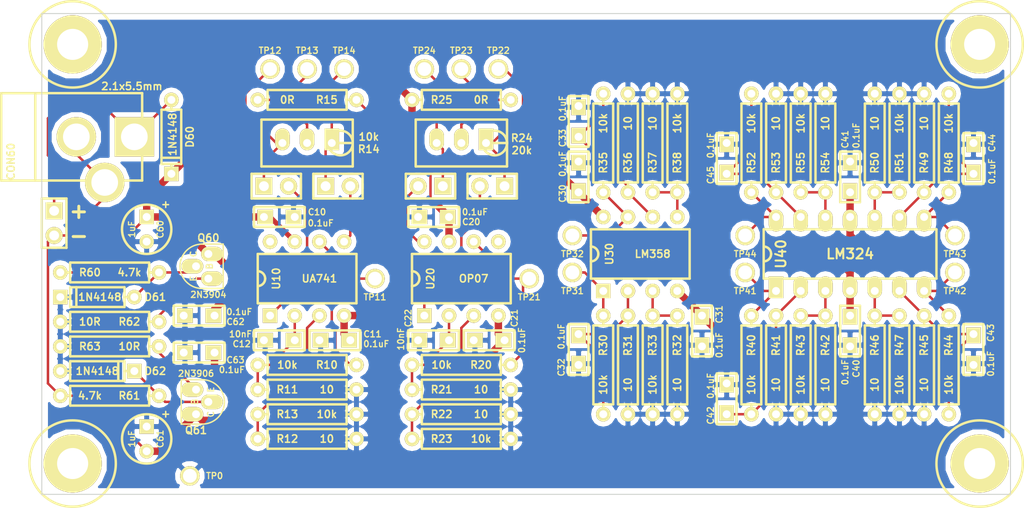
<source format=kicad_pcb>
(kicad_pcb (version 3) (host pcbnew "(22-Jun-2014 BZR 4027)-stable")
  (layers (15 F.Cu signal) (0 B.Cu signal hide) (18 B.Paste user) (19 F.Paste user) (20 B.SilkS user) (21 F.SilkS user) (22 B.Mask user) (23 F.Mask user) (28 Edge.Cuts user))
  (net 0 "")
  (net 1 N-000001)
  (net 2 N-0000010)
  (net 3 N-0000011)
  (net 4 N-0000012)
  (net 5 N-0000013)
  (net 6 N-0000019)
  (net 7 N-0000020)
  (net 8 N-0000022)
  (net 9 N-0000023)
  (net 10 N-0000025)
  (net 11 N-0000026)
  (net 12 N-0000027)
  (net 13 N-0000028)
  (net 14 N-0000029)
  (net 15 N-000003)
  (net 16 N-0000030)
  (net 17 N-0000031)
  (net 18 N-0000033)
  (net 19 N-0000034)
  (net 20 N-0000035)
  (net 21 N-0000036)
  (net 22 N-0000038)
  (net 23 N-000004)
  (net 24 N-0000040)
  (net 25 N-0000041)
  (net 26 N-0000042)
  (net 27 N-000005)
  (net 28 N-000006)
  (net 29 N-000007)
  (net 30 N-000008)
  (net 31 N-000009)
  (net 32 Vcc)
  (net 33 Vee)
  (net 34 Vgnd)
  (net 35 Vos1)
  (net 36 Vos2)
  (net 37 Vos3A)
  (net 38 Vos3B)
  (net 39 Vos4A)
  (net 40 Vos4B)
  (net 41 Vos4C)
  (net 42 Vos4D)
  (module TO-92_Q_EBC_059Bo_PL (layer F.Cu) (at 187.325 169.545 90)
    (fp_text reference Q61 (at -4.191 0 180) (layer F.SilkS) (effects (font (size 0.762 0.762) (thickness 0.1524))))
    (fp_text value 2N3906 (at 1.651 0 180) (layer F.SilkS) (effects (font (size 0.635 0.635) (thickness 0.127))))
    (fp_text user E (at 0 1.524 90) (layer F.SilkS) (effects (font (size 0.635 0.635) (thickness 0.127))))
    (fp_text user B (at -1.27 -0.127 90) (layer F.SilkS) (effects (font (size 0.635 0.635) (thickness 0.127))))
    (fp_text user C (at -2.54 1.524 90) (layer F.SilkS) (effects (font (size 0.635 0.635) (thickness 0.127))))
    (pad 1 thru_hole oval (at 0 0 90) (size 1.4986 2.2479) (drill 0.8128 (offset 0 -0.37465)) (layers *.Cu *.Mask F.SilkS) (net 17 N-0000031))
    (pad 2 thru_hole oval (at -1.27 1.27 90) (size 1.4986 2.2479) (drill 0.8128 (offset 0 0.37465)) (layers *.Cu *.Mask F.SilkS) (net 13 N-0000028))
    (pad 3 thru_hole oval (at -2.54 0 90) (size 1.4986 2.2479) (drill 0.8128 (offset 0 -0.37465)) (layers *.Cu *.Mask F.SilkS) (net 33 Vee))
  )
  (module TO-92_Q_EBC_059Bo_PL (layer F.Cu) (at 188.595 158.115 270)
    (fp_text reference Q60 (at -4.191 0 360) (layer F.SilkS) (effects (font (size 0.762 0.762) (thickness 0.1524))))
    (fp_text value 2N3904 (at 1.651 0 360) (layer F.SilkS) (effects (font (size 0.635 0.635) (thickness 0.127))))
    (fp_text user E (at 0 1.524 270) (layer F.SilkS) (effects (font (size 0.635 0.635) (thickness 0.127))))
    (fp_text user B (at -1.27 -0.127 270) (layer F.SilkS) (effects (font (size 0.635 0.635) (thickness 0.127))))
    (fp_text user C (at -2.54 1.524 270) (layer F.SilkS) (effects (font (size 0.635 0.635) (thickness 0.127))))
    (pad 1 thru_hole oval (at 0 0 270) (size 1.4986 2.2479) (drill 0.8128 (offset 0 -0.37465)) (layers *.Cu *.Mask F.SilkS) (net 16 N-0000030))
    (pad 2 thru_hole oval (at -1.27 1.27 270) (size 1.4986 2.2479) (drill 0.8128 (offset 0 0.37465)) (layers *.Cu *.Mask F.SilkS) (net 14 N-0000029))
    (pad 3 thru_hole oval (at -2.54 0 270) (size 1.4986 2.2479) (drill 0.8128 (offset 0 -0.37465)) (layers *.Cu *.Mask F.SilkS) (net 32 Vcc))
  )
  (module TEST (layer F.Cu) (at 265.43 153.67)
    (fp_text reference TP43 (at 0 1.905) (layer F.SilkS) (effects (font (size 0.635 0.635) (thickness 0.127))))
    (fp_text value TEST hide)
    (pad 1 thru_hole circle (at 0 0) (size 2.0066 2.0066) (drill 1.4224) (layers *.Cu *.Mask F.SilkS) (net 41 Vos4C))
  )
  (module TEST (layer F.Cu) (at 221.615 158.115)
    (fp_text reference TP21 (at 0 1.905) (layer F.SilkS) (effects (font (size 0.635 0.635) (thickness 0.127))))
    (fp_text value TEST hide)
    (pad 1 thru_hole circle (at 0 0) (size 2.0066 2.0066) (drill 1.4224) (layers *.Cu *.Mask F.SilkS) (net 36 Vos2))
  )
  (module TEST (layer F.Cu) (at 210.82 136.525 180)
    (fp_text reference TP24 (at 0 1.905 180) (layer F.SilkS) (effects (font (size 0.635 0.635) (thickness 0.127))))
    (fp_text value TEST hide)
    (pad 1 thru_hole circle (at 0 0 180) (size 2.0066 2.0066) (drill 1.4224) (layers *.Cu *.Mask F.SilkS) (net 27 N-000005))
  )
  (module TEST (layer F.Cu) (at 218.44 136.525 180)
    (fp_text reference TP22 (at 0 1.905 180) (layer F.SilkS) (effects (font (size 0.635 0.635) (thickness 0.127))))
    (fp_text value TEST hide)
    (pad 1 thru_hole circle (at 0 0 180) (size 2.0066 2.0066) (drill 1.4224) (layers *.Cu *.Mask F.SilkS) (net 30 N-000008))
  )
  (module TEST (layer F.Cu) (at 214.63 136.525 180)
    (fp_text reference TP23 (at 0 1.905 180) (layer F.SilkS) (effects (font (size 0.635 0.635) (thickness 0.127))))
    (fp_text value TEST hide)
    (pad 1 thru_hole circle (at 0 0 180) (size 2.0066 2.0066) (drill 1.4224) (layers *.Cu *.Mask F.SilkS) (net 29 N-000007))
  )
  (module TEST (layer F.Cu) (at 194.945 136.525 180)
    (fp_text reference TP12 (at 0 1.905 180) (layer F.SilkS) (effects (font (size 0.635 0.635) (thickness 0.127))))
    (fp_text value TEST hide)
    (pad 1 thru_hole circle (at 0 0 180) (size 2.0066 2.0066) (drill 1.4224) (layers *.Cu *.Mask F.SilkS) (net 18 N-0000033))
  )
  (module TEST (layer F.Cu) (at 198.755 136.525 180)
    (fp_text reference TP13 (at 0 1.905 180) (layer F.SilkS) (effects (font (size 0.635 0.635) (thickness 0.127))))
    (fp_text value TEST hide)
    (pad 1 thru_hole circle (at 0 0 180) (size 2.0066 2.0066) (drill 1.4224) (layers *.Cu *.Mask F.SilkS) (net 20 N-0000035))
  )
  (module TEST (layer F.Cu) (at 202.565 136.525 180)
    (fp_text reference TP14 (at 0 1.905 180) (layer F.SilkS) (effects (font (size 0.635 0.635) (thickness 0.127))))
    (fp_text value TEST hide)
    (pad 1 thru_hole circle (at 0 0 180) (size 2.0066 2.0066) (drill 1.4224) (layers *.Cu *.Mask F.SilkS) (net 19 N-0000034))
  )
  (module TEST (layer F.Cu) (at 205.74 158.115)
    (fp_text reference TP11 (at 0 1.905) (layer F.SilkS) (effects (font (size 0.635 0.635) (thickness 0.127))))
    (fp_text value TEST hide)
    (pad 1 thru_hole circle (at 0 0) (size 2.0066 2.0066) (drill 1.4224) (layers *.Cu *.Mask F.SilkS) (net 35 Vos1))
  )
  (module TEST (layer F.Cu) (at 186.69 178.435)
    (fp_text reference TP0 (at 2.54 0) (layer F.SilkS) (effects (font (size 0.635 0.635) (thickness 0.127))))
    (fp_text value TEST hide)
    (pad 1 thru_hole circle (at 0 0) (size 2.0066 2.0066) (drill 1.4224) (layers *.Cu *.Mask F.SilkS) (net 34 Vgnd))
  )
  (module TEST (layer F.Cu) (at 226.06 153.67)
    (fp_text reference TP32 (at 0 1.905) (layer F.SilkS) (effects (font (size 0.635 0.635) (thickness 0.127))))
    (fp_text value TEST hide)
    (pad 1 thru_hole circle (at 0 0) (size 2.0066 2.0066) (drill 1.4224) (layers *.Cu *.Mask F.SilkS) (net 38 Vos3B))
  )
  (module TEST (layer F.Cu) (at 226.06 157.48)
    (fp_text reference TP31 (at 0 1.905) (layer F.SilkS) (effects (font (size 0.635 0.635) (thickness 0.127))))
    (fp_text value TEST hide)
    (pad 1 thru_hole circle (at 0 0) (size 2.0066 2.0066) (drill 1.4224) (layers *.Cu *.Mask F.SilkS) (net 37 Vos3A))
  )
  (module TEST (layer F.Cu) (at 243.84 153.67)
    (fp_text reference TP44 (at 0 1.905) (layer F.SilkS) (effects (font (size 0.635 0.635) (thickness 0.127))))
    (fp_text value TEST hide)
    (pad 1 thru_hole circle (at 0 0) (size 2.0066 2.0066) (drill 1.4224) (layers *.Cu *.Mask F.SilkS) (net 42 Vos4D))
  )
  (module TEST (layer F.Cu) (at 243.84 157.48)
    (fp_text reference TP41 (at 0 1.905) (layer F.SilkS) (effects (font (size 0.635 0.635) (thickness 0.127))))
    (fp_text value TEST hide)
    (pad 1 thru_hole circle (at 0 0) (size 2.0066 2.0066) (drill 1.4224) (layers *.Cu *.Mask F.SilkS) (net 39 Vos4A))
  )
  (module TEST (layer F.Cu) (at 265.43 157.48)
    (fp_text reference TP42 (at 0 1.905) (layer F.SilkS) (effects (font (size 0.635 0.635) (thickness 0.127))))
    (fp_text value TEST hide)
    (pad 1 thru_hole circle (at 0 0) (size 2.0066 2.0066) (drill 1.4224) (layers *.Cu *.Mask F.SilkS) (net 40 Vos4B))
  )
  (module SIL-2 (layer F.Cu) (at 172.72 151.13 270)
    (fp_text reference P60 hide)
    (fp_text value CONN_2X1 hide)
    (pad 1 thru_hole rect (at 0 0 270) (size 1.7526 1.7526) (drill 1.016) (layers *.Cu *.Mask F.SilkS) (net 9 N-0000023))
    (pad 2 thru_hole circle (at 2.54 0 270) (size 1.7526 1.7526) (drill 1.016) (layers *.Cu *.Mask F.SilkS) (net 33 Vee))
  )
  (module SIL-2 (layer F.Cu) (at 194.31 148.59)
    (fp_text reference JP10 hide)
    (fp_text value JUMPER hide)
    (pad 1 thru_hole rect (at 0 0) (size 1.7526 1.7526) (drill 1.016) (layers *.Cu *.Mask F.SilkS) (net 18 N-0000033))
    (pad 2 thru_hole circle (at 2.54 0) (size 1.7526 1.7526) (drill 1.016) (layers *.Cu *.Mask F.SilkS) (net 3 N-0000011))
  )
  (module SIL-2 (layer F.Cu) (at 200.66 148.59)
    (fp_text reference JP11 hide)
    (fp_text value JUMPER hide)
    (pad 1 thru_hole rect (at 0 0) (size 1.7526 1.7526) (drill 1.016) (layers *.Cu *.Mask F.SilkS) (net 19 N-0000034))
    (pad 2 thru_hole circle (at 2.54 0) (size 1.7526 1.7526) (drill 1.016) (layers *.Cu *.Mask F.SilkS) (net 2 N-0000010))
  )
  (module SIL-2 (layer F.Cu) (at 219.075 148.59 180)
    (fp_text reference JP20 hide)
    (fp_text value JUMPER hide)
    (pad 1 thru_hole rect (at 0 0 180) (size 1.7526 1.7526) (drill 1.016) (layers *.Cu *.Mask F.SilkS) (net 30 N-000008))
    (pad 2 thru_hole circle (at 2.54 0 180) (size 1.7526 1.7526) (drill 1.016) (layers *.Cu *.Mask F.SilkS) (net 28 N-000006))
  )
  (module SIL-2 (layer F.Cu) (at 212.725 148.59 180)
    (fp_text reference JP21 hide)
    (fp_text value JUMPER hide)
    (pad 1 thru_hole rect (at 0 0 180) (size 1.7526 1.7526) (drill 1.016) (layers *.Cu *.Mask F.SilkS) (net 27 N-000005))
    (pad 2 thru_hole circle (at 2.54 0 180) (size 1.7526 1.7526) (drill 1.016) (layers *.Cu *.Mask F.SilkS) (net 31 N-000009))
  )
  (module R_AXIAL_0W25_059A_PL (layer F.Cu) (at 193.675 169.545)
    (fp_text reference R11 (at 3.048 0) (layer F.SilkS) (effects (font (size 0.762 0.762) (thickness 0.1524))))
    (fp_text value 10 (at 7.112 0) (layer F.SilkS) (effects (font (size 0.762 0.762) (thickness 0.1524))))
    (pad 1 thru_hole oval (at 0 0) (size 1.4986 1.4986) (drill 0.8128) (layers *.Cu *.Mask F.SilkS) (net 12 N-0000027))
    (pad 2 thru_hole oval (at 10.16 0) (size 1.4986 1.4986) (drill 0.8128) (layers *.Cu *.Mask F.SilkS) (net 34 Vgnd))
  )
  (module R_AXIAL_0W25_059A_PL (layer F.Cu) (at 209.55 174.625)
    (fp_text reference R23 (at 3.048 0) (layer F.SilkS) (effects (font (size 0.762 0.762) (thickness 0.1524))))
    (fp_text value 10k (at 7.112 0) (layer F.SilkS) (effects (font (size 0.762 0.762) (thickness 0.1524))))
    (pad 1 thru_hole oval (at 0 0) (size 1.4986 1.4986) (drill 0.8128) (layers *.Cu *.Mask F.SilkS) (net 21 N-0000036))
    (pad 2 thru_hole oval (at 10.16 0) (size 1.4986 1.4986) (drill 0.8128) (layers *.Cu *.Mask F.SilkS) (net 34 Vgnd))
  )
  (module R_AXIAL_0W25_059A_PL (layer F.Cu) (at 209.55 139.7)
    (fp_text reference R25 (at 3.048 0) (layer F.SilkS) (effects (font (size 0.762 0.762) (thickness 0.1524))))
    (fp_text value 0R (at 7.112 0) (layer F.SilkS) (effects (font (size 0.762 0.762) (thickness 0.1524))))
    (pad 1 thru_hole oval (at 0 0) (size 1.4986 1.4986) (drill 0.8128) (layers *.Cu *.Mask F.SilkS) (net 32 Vcc))
    (pad 2 thru_hole oval (at 10.16 0) (size 1.4986 1.4986) (drill 0.8128) (layers *.Cu *.Mask F.SilkS) (net 29 N-000007))
  )
  (module R_AXIAL_0W25_059A_PL (layer F.Cu) (at 209.55 172.085)
    (fp_text reference R22 (at 3.048 0) (layer F.SilkS) (effects (font (size 0.762 0.762) (thickness 0.1524))))
    (fp_text value 10 (at 7.112 0) (layer F.SilkS) (effects (font (size 0.762 0.762) (thickness 0.1524))))
    (pad 1 thru_hole oval (at 0 0) (size 1.4986 1.4986) (drill 0.8128) (layers *.Cu *.Mask F.SilkS) (net 21 N-0000036))
    (pad 2 thru_hole oval (at 10.16 0) (size 1.4986 1.4986) (drill 0.8128) (layers *.Cu *.Mask F.SilkS) (net 34 Vgnd))
  )
  (module R_AXIAL_0W25_059A_PL (layer F.Cu) (at 244.475 161.925 270)
    (fp_text reference R40 (at 3.048 0 270) (layer F.SilkS) (effects (font (size 0.762 0.762) (thickness 0.1524))))
    (fp_text value 10k (at 7.112 0 270) (layer F.SilkS) (effects (font (size 0.762 0.762) (thickness 0.1524))))
    (pad 1 thru_hole oval (at 0 0 270) (size 1.4986 1.4986) (drill 0.8128) (layers *.Cu *.Mask F.SilkS) (net 39 Vos4A))
    (pad 2 thru_hole oval (at 10.16 0 270) (size 1.4986 1.4986) (drill 0.8128) (layers *.Cu *.Mask F.SilkS) (net 23 N-000004))
  )
  (module R_AXIAL_0W25_059A_PL (layer F.Cu) (at 247.015 161.925 270)
    (fp_text reference R41 (at 3.048 0 270) (layer F.SilkS) (effects (font (size 0.762 0.762) (thickness 0.1524))))
    (fp_text value 10 (at 7.112 0 270) (layer F.SilkS) (effects (font (size 0.762 0.762) (thickness 0.1524))))
    (pad 1 thru_hole oval (at 0 0 270) (size 1.4986 1.4986) (drill 0.8128) (layers *.Cu *.Mask F.SilkS) (net 23 N-000004))
    (pad 2 thru_hole oval (at 10.16 0 270) (size 1.4986 1.4986) (drill 0.8128) (layers *.Cu *.Mask F.SilkS) (net 34 Vgnd))
  )
  (module R_AXIAL_0W25_059A_PL (layer F.Cu) (at 252.095 161.925 270)
    (fp_text reference R42 (at 3.048 0 270) (layer F.SilkS) (effects (font (size 0.762 0.762) (thickness 0.1524))))
    (fp_text value 10 (at 7.112 0 270) (layer F.SilkS) (effects (font (size 0.762 0.762) (thickness 0.1524))))
    (pad 1 thru_hole oval (at 0 0 270) (size 1.4986 1.4986) (drill 0.8128) (layers *.Cu *.Mask F.SilkS) (net 1 N-000001))
    (pad 2 thru_hole oval (at 10.16 0 270) (size 1.4986 1.4986) (drill 0.8128) (layers *.Cu *.Mask F.SilkS) (net 34 Vgnd))
  )
  (module R_AXIAL_0W25_059A_PL (layer F.Cu) (at 249.555 161.925 270)
    (fp_text reference R43 (at 3.048 0 270) (layer F.SilkS) (effects (font (size 0.762 0.762) (thickness 0.1524))))
    (fp_text value 10k (at 7.112 0 270) (layer F.SilkS) (effects (font (size 0.762 0.762) (thickness 0.1524))))
    (pad 1 thru_hole oval (at 0 0 270) (size 1.4986 1.4986) (drill 0.8128) (layers *.Cu *.Mask F.SilkS) (net 1 N-000001))
    (pad 2 thru_hole oval (at 10.16 0 270) (size 1.4986 1.4986) (drill 0.8128) (layers *.Cu *.Mask F.SilkS) (net 34 Vgnd))
  )
  (module R_AXIAL_0W25_059A_PL (layer F.Cu) (at 264.795 161.925 270)
    (fp_text reference R44 (at 3.048 0 270) (layer F.SilkS) (effects (font (size 0.762 0.762) (thickness 0.1524))))
    (fp_text value 10k (at 7.112 0 270) (layer F.SilkS) (effects (font (size 0.762 0.762) (thickness 0.1524))))
    (pad 1 thru_hole oval (at 0 0 270) (size 1.4986 1.4986) (drill 0.8128) (layers *.Cu *.Mask F.SilkS) (net 40 Vos4B))
    (pad 2 thru_hole oval (at 10.16 0 270) (size 1.4986 1.4986) (drill 0.8128) (layers *.Cu *.Mask F.SilkS) (net 6 N-0000019))
  )
  (module R_AXIAL_0W25_059A_PL (layer F.Cu) (at 262.255 161.925 270)
    (fp_text reference R45 (at 3.048 0 270) (layer F.SilkS) (effects (font (size 0.762 0.762) (thickness 0.1524))))
    (fp_text value 10 (at 7.112 0 270) (layer F.SilkS) (effects (font (size 0.762 0.762) (thickness 0.1524))))
    (pad 1 thru_hole oval (at 0 0 270) (size 1.4986 1.4986) (drill 0.8128) (layers *.Cu *.Mask F.SilkS) (net 6 N-0000019))
    (pad 2 thru_hole oval (at 10.16 0 270) (size 1.4986 1.4986) (drill 0.8128) (layers *.Cu *.Mask F.SilkS) (net 34 Vgnd))
  )
  (module R_AXIAL_0W25_059A_PL (layer F.Cu) (at 257.175 161.925 270)
    (fp_text reference R46 (at 3.048 0 270) (layer F.SilkS) (effects (font (size 0.762 0.762) (thickness 0.1524))))
    (fp_text value 10 (at 7.112 0 270) (layer F.SilkS) (effects (font (size 0.762 0.762) (thickness 0.1524))))
    (pad 1 thru_hole oval (at 0 0 270) (size 1.4986 1.4986) (drill 0.8128) (layers *.Cu *.Mask F.SilkS) (net 15 N-000003))
    (pad 2 thru_hole oval (at 10.16 0 270) (size 1.4986 1.4986) (drill 0.8128) (layers *.Cu *.Mask F.SilkS) (net 34 Vgnd))
  )
  (module R_AXIAL_0W25_059A_PL (layer F.Cu) (at 259.715 161.925 270)
    (fp_text reference R47 (at 3.048 0 270) (layer F.SilkS) (effects (font (size 0.762 0.762) (thickness 0.1524))))
    (fp_text value 10k (at 7.112 0 270) (layer F.SilkS) (effects (font (size 0.762 0.762) (thickness 0.1524))))
    (pad 1 thru_hole oval (at 0 0 270) (size 1.4986 1.4986) (drill 0.8128) (layers *.Cu *.Mask F.SilkS) (net 15 N-000003))
    (pad 2 thru_hole oval (at 10.16 0 270) (size 1.4986 1.4986) (drill 0.8128) (layers *.Cu *.Mask F.SilkS) (net 34 Vgnd))
  )
  (module R_AXIAL_0W25_059A_PL (layer F.Cu) (at 264.795 149.225 90)
    (fp_text reference R48 (at 3.048 0 90) (layer F.SilkS) (effects (font (size 0.762 0.762) (thickness 0.1524))))
    (fp_text value 10k (at 7.112 0 90) (layer F.SilkS) (effects (font (size 0.762 0.762) (thickness 0.1524))))
    (pad 1 thru_hole oval (at 0 0 90) (size 1.4986 1.4986) (drill 0.8128) (layers *.Cu *.Mask F.SilkS) (net 41 Vos4C))
    (pad 2 thru_hole oval (at 10.16 0 90) (size 1.4986 1.4986) (drill 0.8128) (layers *.Cu *.Mask F.SilkS) (net 8 N-0000022))
  )
  (module R_AXIAL_0W25_059A_PL (layer F.Cu) (at 262.255 149.225 90)
    (fp_text reference R49 (at 3.048 0 90) (layer F.SilkS) (effects (font (size 0.762 0.762) (thickness 0.1524))))
    (fp_text value 10 (at 7.112 0 90) (layer F.SilkS) (effects (font (size 0.762 0.762) (thickness 0.1524))))
    (pad 1 thru_hole oval (at 0 0 90) (size 1.4986 1.4986) (drill 0.8128) (layers *.Cu *.Mask F.SilkS) (net 8 N-0000022))
    (pad 2 thru_hole oval (at 10.16 0 90) (size 1.4986 1.4986) (drill 0.8128) (layers *.Cu *.Mask F.SilkS) (net 34 Vgnd))
  )
  (module R_AXIAL_0W25_059A_PL (layer F.Cu) (at 257.175 149.225 90)
    (fp_text reference R50 (at 3.048 0 90) (layer F.SilkS) (effects (font (size 0.762 0.762) (thickness 0.1524))))
    (fp_text value 10 (at 7.112 0 90) (layer F.SilkS) (effects (font (size 0.762 0.762) (thickness 0.1524))))
    (pad 1 thru_hole oval (at 0 0 90) (size 1.4986 1.4986) (drill 0.8128) (layers *.Cu *.Mask F.SilkS) (net 7 N-0000020))
    (pad 2 thru_hole oval (at 10.16 0 90) (size 1.4986 1.4986) (drill 0.8128) (layers *.Cu *.Mask F.SilkS) (net 34 Vgnd))
  )
  (module R_AXIAL_0W25_059A_PL (layer F.Cu) (at 259.715 149.225 90)
    (fp_text reference R51 (at 3.048 0 90) (layer F.SilkS) (effects (font (size 0.762 0.762) (thickness 0.1524))))
    (fp_text value 10k (at 7.112 0 90) (layer F.SilkS) (effects (font (size 0.762 0.762) (thickness 0.1524))))
    (pad 1 thru_hole oval (at 0 0 90) (size 1.4986 1.4986) (drill 0.8128) (layers *.Cu *.Mask F.SilkS) (net 7 N-0000020))
    (pad 2 thru_hole oval (at 10.16 0 90) (size 1.4986 1.4986) (drill 0.8128) (layers *.Cu *.Mask F.SilkS) (net 34 Vgnd))
  )
  (module R_AXIAL_0W25_059A_PL (layer F.Cu) (at 244.475 149.225 90)
    (fp_text reference R52 (at 3.048 0 90) (layer F.SilkS) (effects (font (size 0.762 0.762) (thickness 0.1524))))
    (fp_text value 10k (at 7.112 0 90) (layer F.SilkS) (effects (font (size 0.762 0.762) (thickness 0.1524))))
    (pad 1 thru_hole oval (at 0 0 90) (size 1.4986 1.4986) (drill 0.8128) (layers *.Cu *.Mask F.SilkS) (net 42 Vos4D))
    (pad 2 thru_hole oval (at 10.16 0 90) (size 1.4986 1.4986) (drill 0.8128) (layers *.Cu *.Mask F.SilkS) (net 5 N-0000013))
  )
  (module R_AXIAL_0W25_059A_PL (layer F.Cu) (at 247.015 149.225 90)
    (fp_text reference R53 (at 3.048 0 90) (layer F.SilkS) (effects (font (size 0.762 0.762) (thickness 0.1524))))
    (fp_text value 10 (at 7.112 0 90) (layer F.SilkS) (effects (font (size 0.762 0.762) (thickness 0.1524))))
    (pad 1 thru_hole oval (at 0 0 90) (size 1.4986 1.4986) (drill 0.8128) (layers *.Cu *.Mask F.SilkS) (net 5 N-0000013))
    (pad 2 thru_hole oval (at 10.16 0 90) (size 1.4986 1.4986) (drill 0.8128) (layers *.Cu *.Mask F.SilkS) (net 34 Vgnd))
  )
  (module R_AXIAL_0W25_059A_PL (layer F.Cu) (at 252.095 149.225 90)
    (fp_text reference R54 (at 3.048 0 90) (layer F.SilkS) (effects (font (size 0.762 0.762) (thickness 0.1524))))
    (fp_text value 10 (at 7.112 0 90) (layer F.SilkS) (effects (font (size 0.762 0.762) (thickness 0.1524))))
    (pad 1 thru_hole oval (at 0 0 90) (size 1.4986 1.4986) (drill 0.8128) (layers *.Cu *.Mask F.SilkS) (net 4 N-0000012))
    (pad 2 thru_hole oval (at 10.16 0 90) (size 1.4986 1.4986) (drill 0.8128) (layers *.Cu *.Mask F.SilkS) (net 34 Vgnd))
  )
  (module R_AXIAL_0W25_059A_PL (layer F.Cu) (at 249.555 149.225 90)
    (fp_text reference R55 (at 3.048 0 90) (layer F.SilkS) (effects (font (size 0.762 0.762) (thickness 0.1524))))
    (fp_text value 10k (at 7.112 0 90) (layer F.SilkS) (effects (font (size 0.762 0.762) (thickness 0.1524))))
    (pad 1 thru_hole oval (at 0 0 90) (size 1.4986 1.4986) (drill 0.8128) (layers *.Cu *.Mask F.SilkS) (net 4 N-0000012))
    (pad 2 thru_hole oval (at 10.16 0 90) (size 1.4986 1.4986) (drill 0.8128) (layers *.Cu *.Mask F.SilkS) (net 34 Vgnd))
  )
  (module R_AXIAL_0W25_059A_PL (layer F.Cu) (at 231.775 161.925 270)
    (fp_text reference R31 (at 3.048 0 270) (layer F.SilkS) (effects (font (size 0.762 0.762) (thickness 0.1524))))
    (fp_text value 10 (at 7.112 0 270) (layer F.SilkS) (effects (font (size 0.762 0.762) (thickness 0.1524))))
    (pad 1 thru_hole oval (at 0 0 270) (size 1.4986 1.4986) (drill 0.8128) (layers *.Cu *.Mask F.SilkS) (net 25 N-0000041))
    (pad 2 thru_hole oval (at 10.16 0 270) (size 1.4986 1.4986) (drill 0.8128) (layers *.Cu *.Mask F.SilkS) (net 34 Vgnd))
  )
  (module R_AXIAL_0W25_059A_PL (layer F.Cu) (at 203.835 167.005 180)
    (fp_text reference R10 (at 3.048 0 180) (layer F.SilkS) (effects (font (size 0.762 0.762) (thickness 0.1524))))
    (fp_text value 10k (at 7.112 0 180) (layer F.SilkS) (effects (font (size 0.762 0.762) (thickness 0.1524))))
    (pad 1 thru_hole oval (at 0 0 180) (size 1.4986 1.4986) (drill 0.8128) (layers *.Cu *.Mask F.SilkS) (net 35 Vos1))
    (pad 2 thru_hole oval (at 10.16 0 180) (size 1.4986 1.4986) (drill 0.8128) (layers *.Cu *.Mask F.SilkS) (net 12 N-0000027))
  )
  (module R_AXIAL_0W25_059A_PL (layer F.Cu) (at 193.675 174.625)
    (fp_text reference R12 (at 3.048 0) (layer F.SilkS) (effects (font (size 0.762 0.762) (thickness 0.1524))))
    (fp_text value 10 (at 7.112 0) (layer F.SilkS) (effects (font (size 0.762 0.762) (thickness 0.1524))))
    (pad 1 thru_hole oval (at 0 0) (size 1.4986 1.4986) (drill 0.8128) (layers *.Cu *.Mask F.SilkS) (net 11 N-0000026))
    (pad 2 thru_hole oval (at 10.16 0) (size 1.4986 1.4986) (drill 0.8128) (layers *.Cu *.Mask F.SilkS) (net 34 Vgnd))
  )
  (module R_AXIAL_0W25_059A_PL (layer F.Cu) (at 193.675 172.085)
    (fp_text reference R13 (at 3.048 0) (layer F.SilkS) (effects (font (size 0.762 0.762) (thickness 0.1524))))
    (fp_text value 10k (at 7.112 0) (layer F.SilkS) (effects (font (size 0.762 0.762) (thickness 0.1524))))
    (pad 1 thru_hole oval (at 0 0) (size 1.4986 1.4986) (drill 0.8128) (layers *.Cu *.Mask F.SilkS) (net 11 N-0000026))
    (pad 2 thru_hole oval (at 10.16 0) (size 1.4986 1.4986) (drill 0.8128) (layers *.Cu *.Mask F.SilkS) (net 34 Vgnd))
  )
  (module R_AXIAL_0W25_059A_PL (layer F.Cu) (at 173.355 157.48)
    (fp_text reference R60 (at 3.048 0) (layer F.SilkS) (effects (font (size 0.762 0.762) (thickness 0.1524))))
    (fp_text value 4.7k (at 7.112 0) (layer F.SilkS) (effects (font (size 0.762 0.762) (thickness 0.1524))))
    (pad 1 thru_hole oval (at 0 0) (size 1.4986 1.4986) (drill 0.8128) (layers *.Cu *.Mask F.SilkS) (net 32 Vcc))
    (pad 2 thru_hole oval (at 10.16 0) (size 1.4986 1.4986) (drill 0.8128) (layers *.Cu *.Mask F.SilkS) (net 14 N-0000029))
  )
  (module R_AXIAL_0W25_059A_PL (layer F.Cu) (at 183.515 170.18 180)
    (fp_text reference R61 (at 3.048 0 180) (layer F.SilkS) (effects (font (size 0.762 0.762) (thickness 0.1524))))
    (fp_text value 4.7k (at 7.112 0 180) (layer F.SilkS) (effects (font (size 0.762 0.762) (thickness 0.1524))))
    (pad 1 thru_hole oval (at 0 0 180) (size 1.4986 1.4986) (drill 0.8128) (layers *.Cu *.Mask F.SilkS) (net 13 N-0000028))
    (pad 2 thru_hole oval (at 10.16 0 180) (size 1.4986 1.4986) (drill 0.8128) (layers *.Cu *.Mask F.SilkS) (net 33 Vee))
  )
  (module R_AXIAL_0W25_059A_PL (layer F.Cu) (at 183.515 162.56 180)
    (fp_text reference R62 (at 3.048 0 180) (layer F.SilkS) (effects (font (size 0.762 0.762) (thickness 0.1524))))
    (fp_text value 10R (at 7.112 0 180) (layer F.SilkS) (effects (font (size 0.762 0.762) (thickness 0.1524))))
    (pad 1 thru_hole oval (at 0 0 180) (size 1.4986 1.4986) (drill 0.8128) (layers *.Cu *.Mask F.SilkS) (net 16 N-0000030))
    (pad 2 thru_hole oval (at 10.16 0 180) (size 1.4986 1.4986) (drill 0.8128) (layers *.Cu *.Mask F.SilkS) (net 34 Vgnd))
  )
  (module R_AXIAL_0W25_059A_PL (layer F.Cu) (at 173.355 165.1)
    (fp_text reference R63 (at 3.048 0) (layer F.SilkS) (effects (font (size 0.762 0.762) (thickness 0.1524))))
    (fp_text value 10R (at 7.112 0) (layer F.SilkS) (effects (font (size 0.762 0.762) (thickness 0.1524))))
    (pad 1 thru_hole oval (at 0 0) (size 1.4986 1.4986) (drill 0.8128) (layers *.Cu *.Mask F.SilkS) (net 34 Vgnd))
    (pad 2 thru_hole oval (at 10.16 0) (size 1.4986 1.4986) (drill 0.8128) (layers *.Cu *.Mask F.SilkS) (net 17 N-0000031))
  )
  (module R_AXIAL_0W25_059A_PL (layer F.Cu) (at 229.235 161.925 270)
    (fp_text reference R30 (at 3.048 0 270) (layer F.SilkS) (effects (font (size 0.762 0.762) (thickness 0.1524))))
    (fp_text value 10k (at 7.112 0 270) (layer F.SilkS) (effects (font (size 0.762 0.762) (thickness 0.1524))))
    (pad 1 thru_hole oval (at 0 0 270) (size 1.4986 1.4986) (drill 0.8128) (layers *.Cu *.Mask F.SilkS) (net 37 Vos3A))
    (pad 2 thru_hole oval (at 10.16 0 270) (size 1.4986 1.4986) (drill 0.8128) (layers *.Cu *.Mask F.SilkS) (net 25 N-0000041))
  )
  (module R_AXIAL_0W25_059A_PL (layer F.Cu) (at 209.55 169.545)
    (fp_text reference R21 (at 3.048 0) (layer F.SilkS) (effects (font (size 0.762 0.762) (thickness 0.1524))))
    (fp_text value 10 (at 7.112 0) (layer F.SilkS) (effects (font (size 0.762 0.762) (thickness 0.1524))))
    (pad 1 thru_hole oval (at 0 0) (size 1.4986 1.4986) (drill 0.8128) (layers *.Cu *.Mask F.SilkS) (net 22 N-0000038))
    (pad 2 thru_hole oval (at 10.16 0) (size 1.4986 1.4986) (drill 0.8128) (layers *.Cu *.Mask F.SilkS) (net 34 Vgnd))
  )
  (module R_AXIAL_0W25_059A_PL (layer F.Cu) (at 236.855 161.925 270)
    (fp_text reference R32 (at 3.048 0 270) (layer F.SilkS) (effects (font (size 0.762 0.762) (thickness 0.1524))))
    (fp_text value 10 (at 7.112 0 270) (layer F.SilkS) (effects (font (size 0.762 0.762) (thickness 0.1524))))
    (pad 1 thru_hole oval (at 0 0 270) (size 1.4986 1.4986) (drill 0.8128) (layers *.Cu *.Mask F.SilkS) (net 10 N-0000025))
    (pad 2 thru_hole oval (at 10.16 0 270) (size 1.4986 1.4986) (drill 0.8128) (layers *.Cu *.Mask F.SilkS) (net 34 Vgnd))
  )
  (module R_AXIAL_0W25_059A_PL (layer F.Cu) (at 234.315 161.925 270)
    (fp_text reference R33 (at 3.048 0 270) (layer F.SilkS) (effects (font (size 0.762 0.762) (thickness 0.1524))))
    (fp_text value 10k (at 7.112 0 270) (layer F.SilkS) (effects (font (size 0.762 0.762) (thickness 0.1524))))
    (pad 1 thru_hole oval (at 0 0 270) (size 1.4986 1.4986) (drill 0.8128) (layers *.Cu *.Mask F.SilkS) (net 10 N-0000025))
    (pad 2 thru_hole oval (at 10.16 0 270) (size 1.4986 1.4986) (drill 0.8128) (layers *.Cu *.Mask F.SilkS) (net 34 Vgnd))
  )
  (module R_AXIAL_0W25_059A_PL (layer F.Cu) (at 229.235 149.225 90)
    (fp_text reference R35 (at 3.048 0 90) (layer F.SilkS) (effects (font (size 0.762 0.762) (thickness 0.1524))))
    (fp_text value 10k (at 7.112 0 90) (layer F.SilkS) (effects (font (size 0.762 0.762) (thickness 0.1524))))
    (pad 1 thru_hole oval (at 0 0 90) (size 1.4986 1.4986) (drill 0.8128) (layers *.Cu *.Mask F.SilkS) (net 38 Vos3B))
    (pad 2 thru_hole oval (at 10.16 0 90) (size 1.4986 1.4986) (drill 0.8128) (layers *.Cu *.Mask F.SilkS) (net 26 N-0000042))
  )
  (module R_AXIAL_0W25_059A_PL (layer F.Cu) (at 231.775 149.225 90)
    (fp_text reference R36 (at 3.048 0 90) (layer F.SilkS) (effects (font (size 0.762 0.762) (thickness 0.1524))))
    (fp_text value 10 (at 7.112 0 90) (layer F.SilkS) (effects (font (size 0.762 0.762) (thickness 0.1524))))
    (pad 1 thru_hole oval (at 0 0 90) (size 1.4986 1.4986) (drill 0.8128) (layers *.Cu *.Mask F.SilkS) (net 26 N-0000042))
    (pad 2 thru_hole oval (at 10.16 0 90) (size 1.4986 1.4986) (drill 0.8128) (layers *.Cu *.Mask F.SilkS) (net 34 Vgnd))
  )
  (module R_AXIAL_0W25_059A_PL (layer F.Cu) (at 234.315 149.225 90)
    (fp_text reference R37 (at 3.048 0 90) (layer F.SilkS) (effects (font (size 0.762 0.762) (thickness 0.1524))))
    (fp_text value 10 (at 7.112 0 90) (layer F.SilkS) (effects (font (size 0.762 0.762) (thickness 0.1524))))
    (pad 1 thru_hole oval (at 0 0 90) (size 1.4986 1.4986) (drill 0.8128) (layers *.Cu *.Mask F.SilkS) (net 24 N-0000040))
    (pad 2 thru_hole oval (at 10.16 0 90) (size 1.4986 1.4986) (drill 0.8128) (layers *.Cu *.Mask F.SilkS) (net 34 Vgnd))
  )
  (module R_AXIAL_0W25_059A_PL (layer F.Cu) (at 219.71 167.005 180)
    (fp_text reference R20 (at 3.048 0 180) (layer F.SilkS) (effects (font (size 0.762 0.762) (thickness 0.1524))))
    (fp_text value 10k (at 7.112 0 180) (layer F.SilkS) (effects (font (size 0.762 0.762) (thickness 0.1524))))
    (pad 1 thru_hole oval (at 0 0 180) (size 1.4986 1.4986) (drill 0.8128) (layers *.Cu *.Mask F.SilkS) (net 36 Vos2))
    (pad 2 thru_hole oval (at 10.16 0 180) (size 1.4986 1.4986) (drill 0.8128) (layers *.Cu *.Mask F.SilkS) (net 22 N-0000038))
  )
  (module R_AXIAL_0W25_059A_PL (layer F.Cu) (at 236.855 149.225 90)
    (fp_text reference R38 (at 3.048 0 90) (layer F.SilkS) (effects (font (size 0.762 0.762) (thickness 0.1524))))
    (fp_text value 10k (at 7.112 0 90) (layer F.SilkS) (effects (font (size 0.762 0.762) (thickness 0.1524))))
    (pad 1 thru_hole oval (at 0 0 90) (size 1.4986 1.4986) (drill 0.8128) (layers *.Cu *.Mask F.SilkS) (net 24 N-0000040))
    (pad 2 thru_hole oval (at 10.16 0 90) (size 1.4986 1.4986) (drill 0.8128) (layers *.Cu *.Mask F.SilkS) (net 34 Vgnd))
  )
  (module R_AXIAL_0W25_059A_PL (layer F.Cu) (at 203.835 139.7 180)
    (fp_text reference R15 (at 3.048 0 180) (layer F.SilkS) (effects (font (size 0.762 0.762) (thickness 0.1524))))
    (fp_text value 0R (at 7.112 0 180) (layer F.SilkS) (effects (font (size 0.762 0.762) (thickness 0.1524))))
    (pad 1 thru_hole oval (at 0 0 180) (size 1.4986 1.4986) (drill 0.8128) (layers *.Cu *.Mask F.SilkS) (net 33 Vee))
    (pad 2 thru_hole oval (at 10.16 0 180) (size 1.4986 1.4986) (drill 0.8128) (layers *.Cu *.Mask F.SilkS) (net 20 N-0000035))
  )
  (module ELCAP_10_20_V_059A (layer F.Cu) (at 182.245 151.765 270)
    (fp_text reference C60 (at 1.27 -1.397 270) (layer F.SilkS) (effects (font (size 0.635 0.635) (thickness 0.127))))
    (fp_text value 1uF (at 1.27 1.524 270) (layer F.SilkS) (effects (font (size 0.635 0.635) (thickness 0.127))))
    (fp_text user + (at -1.27 -1.905 270) (layer F.SilkS) (effects (font (size 0.762 0.762) (thickness 0.1524))))
    (pad 1 thru_hole rect (at 0 0 270) (size 1.4986 1.4986) (drill 0.8128) (layers *.Cu *.Mask F.SilkS) (net 32 Vcc))
    (pad 2 thru_hole oval (at 2.54 0 270) (size 1.4986 1.4986) (drill 0.8128) (layers *.Cu *.Mask F.SilkS) (net 34 Vgnd))
  )
  (module ELCAP_10_20_V_059A (layer F.Cu) (at 182.245 173.355 270)
    (fp_text reference C61 (at 1.27 -1.397 270) (layer F.SilkS) (effects (font (size 0.635 0.635) (thickness 0.127))))
    (fp_text value 1uF (at 1.27 1.524 270) (layer F.SilkS) (effects (font (size 0.635 0.635) (thickness 0.127))))
    (fp_text user + (at -1.27 -1.905 270) (layer F.SilkS) (effects (font (size 0.762 0.762) (thickness 0.1524))))
    (pad 1 thru_hole rect (at 0 0 270) (size 1.4986 1.4986) (drill 0.8128) (layers *.Cu *.Mask F.SilkS) (net 34 Vgnd))
    (pad 2 thru_hole oval (at 2.54 0 270) (size 1.4986 1.4986) (drill 0.8128) (layers *.Cu *.Mask F.SilkS) (net 33 Vee))
  )
  (module DIP8_059A_PL (layer F.Cu) (at 210.82 161.925)
    (fp_text reference U20 (at 0.635 -3.81 90) (layer F.SilkS) (effects (font (size 0.762 0.762) (thickness 0.1524))))
    (fp_text value OP07 (at 5.08 -3.81) (layer F.SilkS) (effects (font (size 0.762 0.762) (thickness 0.1524))))
    (pad 1 thru_hole rect (at 0 0) (size 1.4986 1.4986) (drill 0.8128) (layers *.Cu *.Mask F.SilkS) (net 28 N-000006))
    (pad 2 thru_hole oval (at 2.54 0) (size 1.4986 1.4986) (drill 0.8128) (layers *.Cu *.Mask F.SilkS) (net 22 N-0000038))
    (pad 3 thru_hole oval (at 5.08 0) (size 1.4986 1.4986) (drill 0.8128) (layers *.Cu *.Mask F.SilkS) (net 21 N-0000036))
    (pad 4 thru_hole oval (at 7.62 0) (size 1.4986 1.4986) (drill 0.8128) (layers *.Cu *.Mask F.SilkS) (net 33 Vee))
    (pad 5 thru_hole oval (at 7.62 -7.62) (size 1.4986 1.4986) (drill 0.8128) (layers *.Cu *.Mask F.SilkS))
    (pad 6 thru_hole oval (at 5.08 -7.62) (size 1.4986 1.4986) (drill 0.8128) (layers *.Cu *.Mask F.SilkS) (net 36 Vos2))
    (pad 8 thru_hole oval (at 0 -7.62) (size 1.4986 1.4986) (drill 0.8128) (layers *.Cu *.Mask F.SilkS) (net 31 N-000009))
    (pad 7 thru_hole oval (at 2.54 -7.62) (size 1.4986 1.4986) (drill 0.8128) (layers *.Cu *.Mask F.SilkS) (net 32 Vcc))
  )
  (module DIP8_059A_PL (layer F.Cu) (at 194.945 161.925)
    (fp_text reference U10 (at 0.635 -3.81 90) (layer F.SilkS) (effects (font (size 0.762 0.762) (thickness 0.1524))))
    (fp_text value UA741 (at 5.08 -3.81) (layer F.SilkS) (effects (font (size 0.762 0.762) (thickness 0.1524))))
    (pad 1 thru_hole rect (at 0 0) (size 1.4986 1.4986) (drill 0.8128) (layers *.Cu *.Mask F.SilkS) (net 3 N-0000011))
    (pad 2 thru_hole oval (at 2.54 0) (size 1.4986 1.4986) (drill 0.8128) (layers *.Cu *.Mask F.SilkS) (net 12 N-0000027))
    (pad 3 thru_hole oval (at 5.08 0) (size 1.4986 1.4986) (drill 0.8128) (layers *.Cu *.Mask F.SilkS) (net 11 N-0000026))
    (pad 4 thru_hole oval (at 7.62 0) (size 1.4986 1.4986) (drill 0.8128) (layers *.Cu *.Mask F.SilkS) (net 33 Vee))
    (pad 5 thru_hole oval (at 7.62 -7.62) (size 1.4986 1.4986) (drill 0.8128) (layers *.Cu *.Mask F.SilkS) (net 2 N-0000010))
    (pad 6 thru_hole oval (at 5.08 -7.62) (size 1.4986 1.4986) (drill 0.8128) (layers *.Cu *.Mask F.SilkS) (net 35 Vos1))
    (pad 8 thru_hole oval (at 0 -7.62) (size 1.4986 1.4986) (drill 0.8128) (layers *.Cu *.Mask F.SilkS))
    (pad 7 thru_hole oval (at 2.54 -7.62) (size 1.4986 1.4986) (drill 0.8128) (layers *.Cu *.Mask F.SilkS) (net 32 Vcc))
  )
  (module DIODE_SS_059A_03_PL (layer F.Cu) (at 177.165 160.02 180)
    (fp_text reference D61 (at -5.969 0 180) (layer F.SilkS) (effects (font (size 0.762 0.762) (thickness 0.1524))))
    (fp_text value 1N4148 (at -0.254 0 180) (layer F.SilkS) (effects (font (size 0.762 0.762) (thickness 0.1524))))
    (pad 2 thru_hole rect (at 3.81 0 180) (size 1.4986 1.4986) (drill 0.8128) (layers *.Cu *.Mask F.SilkS) (net 34 Vgnd))
    (pad 1 thru_hole oval (at -3.81 0 180) (size 1.4986 1.4986) (drill 0.8128) (layers *.Cu *.Mask F.SilkS) (net 14 N-0000029))
  )
  (module DIODE_SS_059A_03_PL (layer F.Cu) (at 177.165 167.64)
    (fp_text reference D62 (at 5.969 0) (layer F.SilkS) (effects (font (size 0.762 0.762) (thickness 0.1524))))
    (fp_text value 1N4148 (at 0 0) (layer F.SilkS) (effects (font (size 0.762 0.762) (thickness 0.1524))))
    (pad 2 thru_hole rect (at 3.81 0) (size 1.4986 1.4986) (drill 0.8128) (layers *.Cu *.Mask F.SilkS) (net 13 N-0000028))
    (pad 1 thru_hole oval (at -3.81 0) (size 1.4986 1.4986) (drill 0.8128) (layers *.Cu *.Mask F.SilkS) (net 34 Vgnd))
  )
  (module DIODE_SS_059A_03_PL (layer F.Cu) (at 184.785 143.51 270)
    (fp_text reference D60 (at 0 -1.905 270) (layer F.SilkS) (effects (font (size 0.762 0.762) (thickness 0.1524))))
    (fp_text value 1N4148 (at -0.254 -0.127 270) (layer F.SilkS) (effects (font (size 0.762 0.762) (thickness 0.1524))))
    (pad 2 thru_hole rect (at 3.81 0 270) (size 1.4986 1.4986) (drill 0.8128) (layers *.Cu *.Mask F.SilkS) (net 32 Vcc))
    (pad 1 thru_hole oval (at -3.81 0 270) (size 1.4986 1.4986) (drill 0.8128) (layers *.Cu *.Mask F.SilkS) (net 9 N-0000023))
  )
  (module CERCAP_15_059B_0805 (layer F.Cu) (at 267.335 147.32 90)
    (fp_text reference C44 (at 3.175 1.905 90) (layer F.SilkS) (effects (font (size 0.635 0.635) (thickness 0.127))))
    (fp_text value 0.1uF (at 0.254 1.905 90) (layer F.SilkS) (effects (font (size 0.635 0.635) (thickness 0.127))))
    (pad 1 thru_hole rect (at 0 0 90) (size 1.6256 1.4986) (drill 0.8128 (offset 0.127 0)) (layers *.Cu *.Mask F.SilkS) (net 8 N-0000022))
    (pad 2 thru_hole rect (at 3.175 0 90) (size 1.6256 1.4986) (drill 0.8128 (offset -0.127 0)) (layers *.Cu *.Mask F.SilkS) (net 34 Vgnd))
  )
  (module CERCAP_15_059B_0805 (layer F.Cu) (at 226.695 143.51 90)
    (fp_text reference C33 (at -0.127 -1.651 90) (layer F.SilkS) (effects (font (size 0.635 0.635) (thickness 0.127))))
    (fp_text value 0.1uF (at 2.921 -1.651 90) (layer F.SilkS) (effects (font (size 0.635 0.635) (thickness 0.127))))
    (pad 1 thru_hole rect (at 0 0 90) (size 1.6256 1.4986) (drill 0.8128 (offset 0.127 0)) (layers *.Cu *.Mask F.SilkS) (net 26 N-0000042))
    (pad 2 thru_hole rect (at 3.175 0 90) (size 1.6256 1.4986) (drill 0.8128 (offset -0.127 0)) (layers *.Cu *.Mask F.SilkS) (net 34 Vgnd))
  )
  (module CERCAP_15_059B_0805 (layer F.Cu) (at 200.025 164.465)
    (fp_text reference C11 (at 5.461 -0.635) (layer F.SilkS) (effects (font (size 0.635 0.635) (thickness 0.127))))
    (fp_text value 0.1uF (at 5.842 0.381) (layer F.SilkS) (effects (font (size 0.635 0.635) (thickness 0.127))))
    (pad 1 thru_hole rect (at 0 0) (size 1.6256 1.4986) (drill 0.8128 (offset 0.127 0)) (layers *.Cu *.Mask F.SilkS) (net 34 Vgnd))
    (pad 2 thru_hole rect (at 3.175 0) (size 1.6256 1.4986) (drill 0.8128 (offset -0.127 0)) (layers *.Cu *.Mask F.SilkS) (net 33 Vee))
  )
  (module CERCAP_15_059B_0805 (layer F.Cu) (at 213.36 164.465 180)
    (fp_text reference C22 (at 4.191 2.286 270) (layer F.SilkS) (effects (font (size 0.635 0.635) (thickness 0.127))))
    (fp_text value 10nF (at 4.953 0.127 270) (layer F.SilkS) (effects (font (size 0.635 0.635) (thickness 0.127))))
    (pad 1 thru_hole rect (at 0 0 180) (size 1.6256 1.4986) (drill 0.8128 (offset 0.127 0)) (layers *.Cu *.Mask F.SilkS) (net 22 N-0000038))
    (pad 2 thru_hole rect (at 3.175 0 180) (size 1.6256 1.4986) (drill 0.8128 (offset -0.127 0)) (layers *.Cu *.Mask F.SilkS) (net 34 Vgnd))
  )
  (module CERCAP_15_059B_0805 (layer F.Cu) (at 194.31 151.765)
    (fp_text reference C10 (at 5.461 -0.508) (layer F.SilkS) (effects (font (size 0.635 0.635) (thickness 0.127))))
    (fp_text value 0.1uF (at 5.842 0.635) (layer F.SilkS) (effects (font (size 0.635 0.635) (thickness 0.127))))
    (pad 1 thru_hole rect (at 0 0) (size 1.6256 1.4986) (drill 0.8128 (offset 0.127 0)) (layers *.Cu *.Mask F.SilkS) (net 32 Vcc))
    (pad 2 thru_hole rect (at 3.175 0) (size 1.6256 1.4986) (drill 0.8128 (offset -0.127 0)) (layers *.Cu *.Mask F.SilkS) (net 34 Vgnd))
  )
  (module CERCAP_15_059B_0805 (layer F.Cu) (at 241.935 147.32 90)
    (fp_text reference C45 (at -0.127 -1.651 90) (layer F.SilkS) (effects (font (size 0.635 0.635) (thickness 0.127))))
    (fp_text value 0.1uF (at 2.921 -1.651 90) (layer F.SilkS) (effects (font (size 0.635 0.635) (thickness 0.127))))
    (pad 1 thru_hole rect (at 0 0 90) (size 1.6256 1.4986) (drill 0.8128 (offset 0.127 0)) (layers *.Cu *.Mask F.SilkS) (net 5 N-0000013))
    (pad 2 thru_hole rect (at 3.175 0 90) (size 1.6256 1.4986) (drill 0.8128 (offset -0.127 0)) (layers *.Cu *.Mask F.SilkS) (net 34 Vgnd))
  )
  (module CERCAP_15_059B_0805 (layer F.Cu) (at 226.695 149.225 90)
    (fp_text reference C30 (at -0.127 -1.651 90) (layer F.SilkS) (effects (font (size 0.635 0.635) (thickness 0.127))))
    (fp_text value 0.1uF (at 2.921 -1.651 90) (layer F.SilkS) (effects (font (size 0.635 0.635) (thickness 0.127))))
    (pad 1 thru_hole rect (at 0 0 90) (size 1.6256 1.4986) (drill 0.8128 (offset 0.127 0)) (layers *.Cu *.Mask F.SilkS) (net 32 Vcc))
    (pad 2 thru_hole rect (at 3.175 0 90) (size 1.6256 1.4986) (drill 0.8128 (offset -0.127 0)) (layers *.Cu *.Mask F.SilkS) (net 34 Vgnd))
  )
  (module CERCAP_15_059B_0805 (layer F.Cu) (at 239.395 161.925 270)
    (fp_text reference C31 (at -0.127 -1.778 270) (layer F.SilkS) (effects (font (size 0.635 0.635) (thickness 0.127))))
    (fp_text value 0.1uF (at 3.048 -1.778 270) (layer F.SilkS) (effects (font (size 0.635 0.635) (thickness 0.127))))
    (pad 1 thru_hole rect (at 0 0 270) (size 1.6256 1.4986) (drill 0.8128 (offset 0.127 0)) (layers *.Cu *.Mask F.SilkS) (net 33 Vee))
    (pad 2 thru_hole rect (at 3.175 0 270) (size 1.6256 1.4986) (drill 0.8128 (offset -0.127 0)) (layers *.Cu *.Mask F.SilkS) (net 34 Vgnd))
  )
  (module CERCAP_15_059B_0805 (layer F.Cu) (at 213.36 151.765 180)
    (fp_text reference C20 (at -2.286 -0.508 180) (layer F.SilkS) (effects (font (size 0.635 0.635) (thickness 0.127))))
    (fp_text value 0.1uF (at -2.667 0.508 180) (layer F.SilkS) (effects (font (size 0.635 0.635) (thickness 0.127))))
    (pad 1 thru_hole rect (at 0 0 180) (size 1.6256 1.4986) (drill 0.8128 (offset 0.127 0)) (layers *.Cu *.Mask F.SilkS) (net 32 Vcc))
    (pad 2 thru_hole rect (at 3.175 0 180) (size 1.6256 1.4986) (drill 0.8128 (offset -0.127 0)) (layers *.Cu *.Mask F.SilkS) (net 34 Vgnd))
  )
  (module CERCAP_15_059B_0805 (layer F.Cu) (at 189.23 161.925 180)
    (fp_text reference C62 (at -2.159 -0.635 180) (layer F.SilkS) (effects (font (size 0.635 0.635) (thickness 0.127))))
    (fp_text value 0.1uF (at -2.54 0.381 180) (layer F.SilkS) (effects (font (size 0.635 0.635) (thickness 0.127))))
    (pad 1 thru_hole rect (at 0 0 180) (size 1.6256 1.4986) (drill 0.8128 (offset 0.127 0)) (layers *.Cu *.Mask F.SilkS) (net 32 Vcc))
    (pad 2 thru_hole rect (at 3.175 0 180) (size 1.6256 1.4986) (drill 0.8128 (offset -0.127 0)) (layers *.Cu *.Mask F.SilkS) (net 34 Vgnd))
  )
  (module CERCAP_15_059B_0805 (layer F.Cu) (at 215.9 164.465)
    (fp_text reference C21 (at 4.191 -2.286 90) (layer F.SilkS) (effects (font (size 0.635 0.635) (thickness 0.127))))
    (fp_text value 0.1uF (at 4.953 0 90) (layer F.SilkS) (effects (font (size 0.635 0.635) (thickness 0.127))))
    (pad 1 thru_hole rect (at 0 0) (size 1.6256 1.4986) (drill 0.8128 (offset 0.127 0)) (layers *.Cu *.Mask F.SilkS) (net 34 Vgnd))
    (pad 2 thru_hole rect (at 3.175 0) (size 1.6256 1.4986) (drill 0.8128 (offset -0.127 0)) (layers *.Cu *.Mask F.SilkS) (net 33 Vee))
  )
  (module CERCAP_15_059B_0805 (layer F.Cu) (at 226.695 163.83 270)
    (fp_text reference C32 (at 3.429 1.778 270) (layer F.SilkS) (effects (font (size 0.635 0.635) (thickness 0.127))))
    (fp_text value 0.1uF (at 0.254 1.778 270) (layer F.SilkS) (effects (font (size 0.635 0.635) (thickness 0.127))))
    (pad 1 thru_hole rect (at 0 0 270) (size 1.6256 1.4986) (drill 0.8128 (offset 0.127 0)) (layers *.Cu *.Mask F.SilkS) (net 25 N-0000041))
    (pad 2 thru_hole rect (at 3.175 0 270) (size 1.6256 1.4986) (drill 0.8128 (offset -0.127 0)) (layers *.Cu *.Mask F.SilkS) (net 34 Vgnd))
  )
  (module CERCAP_15_059B_0805 (layer F.Cu) (at 254.635 149.225 90)
    (fp_text reference C41 (at 5.461 -0.508 90) (layer F.SilkS) (effects (font (size 0.635 0.635) (thickness 0.127))))
    (fp_text value 0.1uF (at 5.842 0.635 90) (layer F.SilkS) (effects (font (size 0.635 0.635) (thickness 0.127))))
    (pad 1 thru_hole rect (at 0 0 90) (size 1.6256 1.4986) (drill 0.8128 (offset 0.127 0)) (layers *.Cu *.Mask F.SilkS) (net 33 Vee))
    (pad 2 thru_hole rect (at 3.175 0 90) (size 1.6256 1.4986) (drill 0.8128 (offset -0.127 0)) (layers *.Cu *.Mask F.SilkS) (net 34 Vgnd))
  )
  (module CERCAP_15_059B_0805 (layer F.Cu) (at 254.635 161.925 270)
    (fp_text reference C40 (at 5.461 -0.635 270) (layer F.SilkS) (effects (font (size 0.635 0.635) (thickness 0.127))))
    (fp_text value 0.1uF (at 5.842 0.508 270) (layer F.SilkS) (effects (font (size 0.635 0.635) (thickness 0.127))))
    (pad 1 thru_hole rect (at 0 0 270) (size 1.6256 1.4986) (drill 0.8128 (offset 0.127 0)) (layers *.Cu *.Mask F.SilkS) (net 32 Vcc))
    (pad 2 thru_hole rect (at 3.175 0 270) (size 1.6256 1.4986) (drill 0.8128 (offset -0.127 0)) (layers *.Cu *.Mask F.SilkS) (net 34 Vgnd))
  )
  (module CERCAP_15_059B_0805 (layer F.Cu) (at 267.335 163.83 270)
    (fp_text reference C43 (at -0.127 -1.778 270) (layer F.SilkS) (effects (font (size 0.635 0.635) (thickness 0.127))))
    (fp_text value 0.1uF (at 3.048 -1.778 270) (layer F.SilkS) (effects (font (size 0.635 0.635) (thickness 0.127))))
    (pad 1 thru_hole rect (at 0 0 270) (size 1.6256 1.4986) (drill 0.8128 (offset 0.127 0)) (layers *.Cu *.Mask F.SilkS) (net 6 N-0000019))
    (pad 2 thru_hole rect (at 3.175 0 270) (size 1.6256 1.4986) (drill 0.8128 (offset -0.127 0)) (layers *.Cu *.Mask F.SilkS) (net 34 Vgnd))
  )
  (module CERCAP_15_059B_0805 (layer F.Cu) (at 197.485 164.465 180)
    (fp_text reference C12 (at 5.461 -0.381 180) (layer F.SilkS) (effects (font (size 0.635 0.635) (thickness 0.127))))
    (fp_text value 10nF (at 5.588 0.635 180) (layer F.SilkS) (effects (font (size 0.635 0.635) (thickness 0.127))))
    (pad 1 thru_hole rect (at 0 0 180) (size 1.6256 1.4986) (drill 0.8128 (offset 0.127 0)) (layers *.Cu *.Mask F.SilkS) (net 12 N-0000027))
    (pad 2 thru_hole rect (at 3.175 0 180) (size 1.6256 1.4986) (drill 0.8128 (offset -0.127 0)) (layers *.Cu *.Mask F.SilkS) (net 34 Vgnd))
  )
  (module CERCAP_15_059B_0805 (layer F.Cu) (at 241.935 172.085 90)
    (fp_text reference C42 (at -0.127 -1.651 90) (layer F.SilkS) (effects (font (size 0.635 0.635) (thickness 0.127))))
    (fp_text value 0.1uF (at 2.921 -1.651 90) (layer F.SilkS) (effects (font (size 0.635 0.635) (thickness 0.127))))
    (pad 1 thru_hole rect (at 0 0 90) (size 1.6256 1.4986) (drill 0.8128 (offset 0.127 0)) (layers *.Cu *.Mask F.SilkS) (net 23 N-000004))
    (pad 2 thru_hole rect (at 3.175 0 90) (size 1.6256 1.4986) (drill 0.8128 (offset -0.127 0)) (layers *.Cu *.Mask F.SilkS) (net 34 Vgnd))
  )
  (module CERCAP_15_059B_0805 (layer F.Cu) (at 186.055 165.735)
    (fp_text reference C63 (at 5.334 0.762) (layer F.SilkS) (effects (font (size 0.635 0.635) (thickness 0.127))))
    (fp_text value 0.1uF (at 4.953 1.778) (layer F.SilkS) (effects (font (size 0.635 0.635) (thickness 0.127))))
    (pad 1 thru_hole rect (at 0 0) (size 1.6256 1.4986) (drill 0.8128 (offset 0.127 0)) (layers *.Cu *.Mask F.SilkS) (net 34 Vgnd))
    (pad 2 thru_hole rect (at 3.175 0) (size 1.6256 1.4986) (drill 0.8128 (offset -0.127 0)) (layers *.Cu *.Mask F.SilkS) (net 33 Vee))
  )
  (module BARREL_JACK_21x55 (layer F.Cu) (at 180.975 143.51)
    (fp_text reference CON60 (at -12.7 2.54 90) (layer F.SilkS) (effects (font (size 0.762 0.762) (thickness 0.1524))))
    (fp_text value BARREL_JACK hide)
    (fp_text user 2.1x5.5mm (at -0.254 -5.207) (layer F.SilkS) (effects (font (size 0.762 0.762) (thickness 0.1524))))
    (pad 1 thru_hole rect (at 0 0) (size 4.064 4.064) (drill 2.7432) (layers *.Cu *.Mask F.SilkS) (net 9 N-0000023))
    (pad 2 thru_hole circle (at -5.969 0) (size 4.064 4.064) (drill 2.7432) (layers *.Cu *.Mask F.SilkS) (net 33 Vee))
    (pad 3 thru_hole circle (at -3.048 4.699) (size 4.064 4.064) (drill 2.7432) (layers *.Cu *.Mask F.SilkS) (net 33 Vee))
  )
  (module 3296W_PL (layer F.Cu) (at 198.755 144.145 180)
    (fp_text reference R14 (at -6.35 -0.635 180) (layer F.SilkS) (effects (font (size 0.762 0.762) (thickness 0.1524))))
    (fp_text value 10k (at -6.35 0.635 180) (layer F.SilkS) (effects (font (size 0.762 0.762) (thickness 0.1524))))
    (pad 2 thru_hole oval (at 0 0 180) (size 1.4986 2.2479) (drill 0.8128 (offset 0 0.37465)) (layers *.Cu *.Mask F.SilkS) (net 20 N-0000035))
    (pad 3 thru_hole oval (at 2.54 0 180) (size 1.4986 2.2479) (drill 0.8128 (offset 0 0.37465)) (layers *.Cu *.Mask F.SilkS) (net 18 N-0000033))
    (pad 1 thru_hole rect (at -2.54 0 180) (size 1.4986 2.2479) (drill 0.8128 (offset 0 0.37465)) (layers *.Cu *.Mask F.SilkS) (net 19 N-0000034))
  )
  (module 3296W_PL (layer F.Cu) (at 214.63 144.145 180)
    (fp_text reference R24 (at -6.223 0.508 180) (layer F.SilkS) (effects (font (size 0.762 0.762) (thickness 0.1524))))
    (fp_text value 20k (at -6.223 -0.762 180) (layer F.SilkS) (effects (font (size 0.762 0.762) (thickness 0.1524))))
    (pad 2 thru_hole oval (at 0 0 180) (size 1.4986 2.2479) (drill 0.8128 (offset 0 0.37465)) (layers *.Cu *.Mask F.SilkS) (net 29 N-000007))
    (pad 3 thru_hole oval (at 2.54 0 180) (size 1.4986 2.2479) (drill 0.8128 (offset 0 0.37465)) (layers *.Cu *.Mask F.SilkS) (net 27 N-000005))
    (pad 1 thru_hole rect (at -2.54 0 180) (size 1.4986 2.2479) (drill 0.8128 (offset 0 0.37465)) (layers *.Cu *.Mask F.SilkS) (net 30 N-000008))
  )
  (module hole_M3 (layer F.Cu) (at 267.97 133.985)
    (fp_text reference H*** hide)
    (fp_text value Val** hide)
    (pad 1 thru_hole circle (at 0 0) (size 6 6) (drill 3.2) (layers *.Cu *.Mask F.SilkS))
  )
  (module hole_M3 (layer F.Cu) (at 267.97 177.165)
    (fp_text reference H*** hide)
    (fp_text value Val** hide)
    (pad 1 thru_hole circle (at 0 0) (size 6 6) (drill 3.2) (layers *.Cu *.Mask F.SilkS))
  )
  (module hole_M3 (layer F.Cu) (at 174.625 177.165)
    (fp_text reference H*** hide)
    (fp_text value Val** hide)
    (pad 1 thru_hole circle (at 0 0) (size 6 6) (drill 3.2) (layers *.Cu *.Mask F.SilkS))
  )
  (module hole_M3 (layer F.Cu) (at 174.625 133.985)
    (fp_text reference H*** hide)
    (fp_text value Val** hide)
    (pad 1 thru_hole circle (at 0 0) (size 6 6) (drill 3.2) (layers *.Cu *.Mask F.SilkS))
  )
  (module DIP8_059A_PL (layer F.Cu) (at 229.235 159.385)
    (fp_text reference U30 (at 0.635 -3.81 90) (layer F.SilkS) (effects (font (size 0.762 0.762) (thickness 0.1524))))
    (fp_text value LM358 (at 5.08 -3.81) (layer F.SilkS) (effects (font (size 0.762 0.762) (thickness 0.1524))))
    (pad 1 thru_hole rect (at 0 0) (size 1.4986 1.4986) (drill 0.8128) (layers *.Cu *.Mask F.SilkS) (net 37 Vos3A))
    (pad 2 thru_hole oval (at 2.54 0) (size 1.4986 1.4986) (drill 0.8128) (layers *.Cu *.Mask F.SilkS) (net 25 N-0000041))
    (pad 3 thru_hole oval (at 5.08 0) (size 1.4986 1.4986) (drill 0.8128) (layers *.Cu *.Mask F.SilkS) (net 10 N-0000025))
    (pad 4 thru_hole oval (at 7.62 0) (size 1.4986 1.4986) (drill 0.8128) (layers *.Cu *.Mask F.SilkS) (net 33 Vee))
    (pad 5 thru_hole oval (at 7.62 -7.62) (size 1.4986 1.4986) (drill 0.8128) (layers *.Cu *.Mask F.SilkS) (net 24 N-0000040))
    (pad 6 thru_hole oval (at 5.08 -7.62) (size 1.4986 1.4986) (drill 0.8128) (layers *.Cu *.Mask F.SilkS) (net 26 N-0000042))
    (pad 8 thru_hole oval (at 0 -7.62) (size 1.4986 1.4986) (drill 0.8128) (layers *.Cu *.Mask F.SilkS) (net 32 Vcc))
    (pad 7 thru_hole oval (at 2.54 -7.62) (size 1.4986 1.4986) (drill 0.8128) (layers *.Cu *.Mask F.SilkS) (net 38 Vos3B))
  )
  (module DIP14_PL (layer F.Cu) (at 247.015 159.385)
    (fp_text reference U40 (at 0.508 -3.81 90) (layer F.SilkS) (effects (font (size 1.016 1.016) (thickness 0.2032))))
    (fp_text value LM324 (at 7.62 -3.81) (layer F.SilkS) (effects (font (size 1.016 1.016) (thickness 0.2032))))
    (pad 1 thru_hole rect (at 0 0) (size 1.4986 2.2479) (drill 0.8128 (offset 0 -0.37465)) (layers *.Cu *.Mask F.SilkS) (net 39 Vos4A))
    (pad 2 thru_hole oval (at 2.54 0) (size 1.4986 2.2479) (drill 0.8128 (offset 0 -0.37465)) (layers *.Cu *.Mask F.SilkS) (net 23 N-000004))
    (pad 3 thru_hole oval (at 5.08 0) (size 1.4986 2.2479) (drill 0.8128 (offset 0 -0.37465)) (layers *.Cu *.Mask F.SilkS) (net 1 N-000001))
    (pad 4 thru_hole oval (at 7.62 0) (size 1.4986 2.2479) (drill 0.8128 (offset 0 -0.37465)) (layers *.Cu *.Mask F.SilkS) (net 32 Vcc))
    (pad 11 thru_hole oval (at 7.62 -7.62) (size 1.4986 2.2479) (drill 0.8128 (offset 0 0.37465)) (layers *.Cu *.Mask F.SilkS) (net 33 Vee))
    (pad 12 thru_hole oval (at 5.08 -7.62) (size 1.4986 2.2479) (drill 0.8128 (offset 0 0.37465)) (layers *.Cu *.Mask F.SilkS) (net 4 N-0000012))
    (pad 13 thru_hole oval (at 2.54 -7.62) (size 1.4986 2.2479) (drill 0.8128 (offset 0 0.37465)) (layers *.Cu *.Mask F.SilkS) (net 5 N-0000013))
    (pad 14 thru_hole oval (at 0 -7.62) (size 1.4986 2.2479) (drill 0.8128 (offset 0 0.37465)) (layers *.Cu *.Mask F.SilkS) (net 42 Vos4D))
    (pad 5 thru_hole oval (at 10.16 0) (size 1.4986 2.2479) (drill 0.8128 (offset 0 -0.37465)) (layers *.Cu *.Mask F.SilkS) (net 15 N-000003))
    (pad 6 thru_hole oval (at 12.7 0) (size 1.4986 2.2479) (drill 0.8128 (offset 0 -0.37465)) (layers *.Cu *.Mask F.SilkS) (net 6 N-0000019))
    (pad 7 thru_hole oval (at 15.24 0) (size 1.4986 2.2479) (drill 0.8128 (offset 0 -0.37465)) (layers *.Cu *.Mask F.SilkS) (net 40 Vos4B))
    (pad 10 thru_hole oval (at 10.16 -7.62) (size 1.4986 2.2479) (drill 0.8128 (offset 0 0.37465)) (layers *.Cu *.Mask F.SilkS) (net 7 N-0000020))
    (pad 9 thru_hole oval (at 12.7 -7.62) (size 1.4986 2.2479) (drill 0.8128 (offset 0 0.37465)) (layers *.Cu *.Mask F.SilkS) (net 8 N-0000022))
    (pad 8 thru_hole oval (at 15.24 -7.62) (size 1.4986 2.2479) (drill 0.8128 (offset 0 0.37465)) (layers *.Cu *.Mask F.SilkS) (net 41 Vos4C))
  )
  (gr_text + (at 175.26 151.13) (layer F.SilkS) (effects (font (size 1.524 1.524) (thickness 0.3048))))
  (gr_text - (at 175.26 153.67) (layer F.SilkS) (effects (font (size 1.524 1.524) (thickness 0.3048))))
  (gr_line (start 171.45 180.34) (end 171.45 130.81) (angle 90) (layer Edge.Cuts) (width 0.1))
  (gr_line (start 271.145 180.34) (end 171.45 180.34) (angle 90) (layer Edge.Cuts) (width 0.1))
  (gr_line (start 271.145 130.81) (end 271.145 180.34) (angle 90) (layer Edge.Cuts) (width 0.1))
  (gr_line (start 171.45 130.81) (end 271.145 130.81) (angle 90) (layer Edge.Cuts) (width 0.1))
  (segment (start 252.095 161.925) (end 252.095 159.385) (width 0.254) (layer F.Cu) (net 1))
  (segment (start 249.555 161.925) (end 252.095 161.925) (width 0.254) (layer F.Cu) (net 1))
  (segment (start 203.2 148.59) (end 203.2 153.67) (width 0.254) (layer F.Cu) (net 2))
  (segment (start 203.2 153.67) (end 202.565 154.305) (width 0.254) (layer F.Cu) (net 2))
  (segment (start 194.945 161.925) (end 198.755 158.115) (width 0.254) (layer F.Cu) (net 3))
  (segment (start 198.755 150.495) (end 196.85 148.59) (width 0.254) (layer F.Cu) (net 3))
  (segment (start 198.755 158.115) (end 198.755 150.495) (width 0.254) (layer F.Cu) (net 3))
  (segment (start 249.555 149.225) (end 252.095 149.225) (width 0.254) (layer F.Cu) (net 4))
  (segment (start 252.095 151.765) (end 252.095 149.225) (width 0.254) (layer F.Cu) (net 4))
  (segment (start 241.935 147.32) (end 244.475 144.78) (width 0.254) (layer F.Cu) (net 5))
  (segment (start 244.475 144.78) (end 244.475 139.065) (width 0.254) (layer F.Cu) (net 5))
  (segment (start 241.935 147.32) (end 245.11 147.32) (width 0.254) (layer F.Cu) (net 5))
  (segment (start 245.11 147.32) (end 247.015 149.225) (width 0.254) (layer F.Cu) (net 5))
  (segment (start 249.555 151.765) (end 247.015 149.225) (width 0.254) (layer F.Cu) (net 5))
  (segment (start 262.255 161.925) (end 264.16 163.83) (width 0.254) (layer F.Cu) (net 6))
  (segment (start 264.16 163.83) (end 267.335 163.83) (width 0.254) (layer F.Cu) (net 6))
  (segment (start 264.795 172.085) (end 264.795 166.37) (width 0.254) (layer F.Cu) (net 6))
  (segment (start 264.795 166.37) (end 267.335 163.83) (width 0.254) (layer F.Cu) (net 6))
  (segment (start 259.715 159.385) (end 262.255 161.925) (width 0.254) (layer F.Cu) (net 6))
  (segment (start 259.715 149.225) (end 257.175 149.225) (width 0.254) (layer F.Cu) (net 7))
  (segment (start 257.175 151.765) (end 257.175 149.225) (width 0.254) (layer F.Cu) (net 7))
  (segment (start 267.335 147.32) (end 264.795 144.78) (width 0.254) (layer F.Cu) (net 8))
  (segment (start 264.795 144.78) (end 264.795 139.065) (width 0.254) (layer F.Cu) (net 8))
  (segment (start 267.335 147.32) (end 264.16 147.32) (width 0.254) (layer F.Cu) (net 8))
  (segment (start 264.16 147.32) (end 262.255 149.225) (width 0.254) (layer F.Cu) (net 8))
  (segment (start 259.715 151.765) (end 262.255 149.225) (width 0.254) (layer F.Cu) (net 8))
  (segment (start 180.975 143.51) (end 184.785 139.7) (width 0.254) (layer F.Cu) (net 9))
  (segment (start 172.72 151.13) (end 172.72 146.05) (width 0.254) (layer F.Cu) (net 9))
  (segment (start 177.8 140.335) (end 180.975 143.51) (width 0.254) (layer F.Cu) (net 9))
  (segment (start 173.355 140.335) (end 177.8 140.335) (width 0.254) (layer F.Cu) (net 9))
  (segment (start 172.085 141.605) (end 173.355 140.335) (width 0.254) (layer F.Cu) (net 9))
  (segment (start 172.085 145.415) (end 172.085 141.605) (width 0.254) (layer F.Cu) (net 9))
  (segment (start 172.72 146.05) (end 172.085 145.415) (width 0.254) (layer F.Cu) (net 9))
  (segment (start 236.855 161.925) (end 234.315 161.925) (width 0.254) (layer F.Cu) (net 10))
  (segment (start 234.315 161.925) (end 234.315 159.385) (width 0.254) (layer F.Cu) (net 10))
  (segment (start 193.675 174.625) (end 193.675 172.085) (width 0.254) (layer F.Cu) (net 11))
  (segment (start 193.675 172.085) (end 198.755 167.005) (width 0.254) (layer F.Cu) (net 11))
  (segment (start 198.755 163.195) (end 200.025 161.925) (width 0.254) (layer F.Cu) (net 11))
  (segment (start 198.755 167.005) (end 198.755 163.195) (width 0.254) (layer F.Cu) (net 11))
  (segment (start 193.675 169.545) (end 193.675 167.005) (width 0.254) (layer F.Cu) (net 12))
  (segment (start 197.485 164.465) (end 194.945 167.005) (width 0.254) (layer F.Cu) (net 12))
  (segment (start 194.945 167.005) (end 193.675 167.005) (width 0.254) (layer F.Cu) (net 12))
  (segment (start 197.485 164.465) (end 197.485 161.925) (width 0.254) (layer F.Cu) (net 12))
  (segment (start 183.515 170.18) (end 180.975 167.64) (width 0.254) (layer F.Cu) (net 13))
  (segment (start 188.595 170.815) (end 184.15 170.815) (width 0.254) (layer F.Cu) (net 13))
  (segment (start 184.15 170.815) (end 183.515 170.18) (width 0.254) (layer F.Cu) (net 13))
  (segment (start 180.975 160.02) (end 183.515 157.48) (width 0.254) (layer F.Cu) (net 14))
  (segment (start 183.515 157.48) (end 186.69 157.48) (width 0.254) (layer F.Cu) (net 14))
  (segment (start 186.69 157.48) (end 187.325 156.845) (width 0.254) (layer F.Cu) (net 14))
  (segment (start 259.715 161.925) (end 257.175 161.925) (width 0.254) (layer F.Cu) (net 15))
  (segment (start 257.175 161.925) (end 257.175 159.385) (width 0.254) (layer F.Cu) (net 15))
  (segment (start 188.595 158.115) (end 187.325 158.115) (width 0.254) (layer F.Cu) (net 16))
  (segment (start 183.515 161.925) (end 183.515 162.56) (width 0.254) (layer F.Cu) (net 16))
  (segment (start 187.325 158.115) (end 183.515 161.925) (width 0.254) (layer F.Cu) (net 16))
  (segment (start 187.325 169.545) (end 183.515 165.735) (width 0.254) (layer F.Cu) (net 17))
  (segment (start 183.515 165.735) (end 183.515 165.1) (width 0.254) (layer F.Cu) (net 17))
  (segment (start 196.215 144.145) (end 195.58 144.145) (width 0.254) (layer F.Cu) (net 18))
  (segment (start 192.405 139.065) (end 194.945 136.525) (width 0.254) (layer F.Cu) (net 18))
  (segment (start 192.405 140.97) (end 192.405 139.065) (width 0.254) (layer F.Cu) (net 18))
  (segment (start 195.58 144.145) (end 192.405 140.97) (width 0.254) (layer F.Cu) (net 18))
  (segment (start 196.215 144.145) (end 194.31 146.05) (width 0.254) (layer F.Cu) (net 18))
  (segment (start 194.31 146.05) (end 194.31 148.59) (width 0.254) (layer F.Cu) (net 18))
  (segment (start 201.295 144.145) (end 201.295 137.795) (width 0.254) (layer F.Cu) (net 19))
  (segment (start 201.295 137.795) (end 202.565 136.525) (width 0.254) (layer F.Cu) (net 19))
  (segment (start 200.66 148.59) (end 200.66 144.78) (width 0.254) (layer F.Cu) (net 19))
  (segment (start 200.66 144.78) (end 201.295 144.145) (width 0.254) (layer F.Cu) (net 19))
  (segment (start 196.215 139.7) (end 198.755 137.16) (width 0.254) (layer F.Cu) (net 20))
  (segment (start 198.755 137.16) (end 198.755 136.525) (width 0.254) (layer F.Cu) (net 20))
  (segment (start 198.755 144.145) (end 198.755 142.24) (width 0.254) (layer F.Cu) (net 20))
  (segment (start 196.215 139.7) (end 193.675 139.7) (width 0.254) (layer F.Cu) (net 20))
  (segment (start 198.755 142.24) (end 196.215 139.7) (width 0.254) (layer F.Cu) (net 20))
  (segment (start 215.9 161.925) (end 214.63 163.195) (width 0.254) (layer F.Cu) (net 21))
  (segment (start 214.63 167.005) (end 209.55 172.085) (width 0.254) (layer F.Cu) (net 21))
  (segment (start 214.63 166.37) (end 214.63 167.005) (width 0.254) (layer F.Cu) (net 21))
  (segment (start 214.63 163.195) (end 214.63 166.37) (width 0.254) (layer F.Cu) (net 21))
  (segment (start 209.55 174.625) (end 209.55 172.085) (width 0.254) (layer F.Cu) (net 21))
  (segment (start 213.36 164.465) (end 213.36 161.925) (width 0.254) (layer F.Cu) (net 22))
  (segment (start 209.55 167.005) (end 210.82 167.005) (width 0.254) (layer F.Cu) (net 22))
  (segment (start 210.82 167.005) (end 213.36 164.465) (width 0.254) (layer F.Cu) (net 22))
  (segment (start 209.55 169.545) (end 209.55 167.005) (width 0.254) (layer F.Cu) (net 22))
  (segment (start 244.475 172.085) (end 247.015 169.545) (width 0.254) (layer F.Cu) (net 23))
  (segment (start 247.015 169.545) (end 247.015 161.925) (width 0.254) (layer F.Cu) (net 23))
  (segment (start 244.475 172.085) (end 241.935 172.085) (width 0.254) (layer F.Cu) (net 23))
  (segment (start 247.015 161.925) (end 249.555 159.385) (width 0.254) (layer F.Cu) (net 23))
  (segment (start 236.855 149.225) (end 234.315 149.225) (width 0.254) (layer F.Cu) (net 24))
  (segment (start 236.855 151.765) (end 236.855 149.225) (width 0.254) (layer F.Cu) (net 24))
  (segment (start 226.695 163.83) (end 229.235 166.37) (width 0.254) (layer F.Cu) (net 25))
  (segment (start 229.235 166.37) (end 229.235 172.085) (width 0.254) (layer F.Cu) (net 25))
  (segment (start 226.695 163.83) (end 229.87 163.83) (width 0.254) (layer F.Cu) (net 25))
  (segment (start 229.87 163.83) (end 231.775 161.925) (width 0.254) (layer F.Cu) (net 25))
  (segment (start 231.775 161.925) (end 231.775 159.385) (width 0.254) (layer F.Cu) (net 25))
  (segment (start 226.695 143.51) (end 231.775 148.59) (width 0.254) (layer F.Cu) (net 26))
  (segment (start 231.775 148.59) (end 231.775 149.225) (width 0.254) (layer F.Cu) (net 26))
  (segment (start 226.695 143.51) (end 229.235 140.97) (width 0.254) (layer F.Cu) (net 26))
  (segment (start 229.235 140.97) (end 229.235 139.065) (width 0.254) (layer F.Cu) (net 26))
  (segment (start 234.315 151.765) (end 231.775 149.225) (width 0.254) (layer F.Cu) (net 26))
  (segment (start 212.09 144.145) (end 212.725 144.78) (width 0.254) (layer F.Cu) (net 27))
  (segment (start 212.725 144.78) (end 212.725 148.59) (width 0.254) (layer F.Cu) (net 27))
  (segment (start 210.82 136.525) (end 212.09 137.795) (width 0.254) (layer F.Cu) (net 27))
  (segment (start 212.09 137.795) (end 212.09 144.145) (width 0.254) (layer F.Cu) (net 27))
  (segment (start 210.82 161.925) (end 210.82 159.385) (width 0.254) (layer F.Cu) (net 28))
  (segment (start 216.535 151.765) (end 216.535 148.59) (width 0.254) (layer F.Cu) (net 28))
  (segment (start 214.63 153.67) (end 216.535 151.765) (width 0.254) (layer F.Cu) (net 28))
  (segment (start 214.63 155.575) (end 214.63 153.67) (width 0.254) (layer F.Cu) (net 28))
  (segment (start 210.82 159.385) (end 214.63 155.575) (width 0.254) (layer F.Cu) (net 28))
  (segment (start 214.63 136.525) (end 214.63 137.16) (width 0.254) (layer F.Cu) (net 29))
  (segment (start 214.63 137.16) (end 217.17 139.7) (width 0.254) (layer F.Cu) (net 29))
  (segment (start 214.63 144.145) (end 214.63 142.24) (width 0.254) (layer F.Cu) (net 29))
  (segment (start 217.17 139.7) (end 219.71 139.7) (width 0.254) (layer F.Cu) (net 29))
  (segment (start 214.63 142.24) (end 217.17 139.7) (width 0.254) (layer F.Cu) (net 29))
  (segment (start 219.075 148.59) (end 219.075 146.05) (width 0.254) (layer F.Cu) (net 30))
  (segment (start 219.075 146.05) (end 217.17 144.145) (width 0.254) (layer F.Cu) (net 30))
  (segment (start 218.44 136.525) (end 219.075 136.525) (width 0.254) (layer F.Cu) (net 30))
  (segment (start 217.805 144.145) (end 217.17 144.145) (width 0.254) (layer F.Cu) (net 30))
  (segment (start 220.98 140.97) (end 217.805 144.145) (width 0.254) (layer F.Cu) (net 30))
  (segment (start 220.98 138.43) (end 220.98 140.97) (width 0.254) (layer F.Cu) (net 30))
  (segment (start 219.075 136.525) (end 220.98 138.43) (width 0.254) (layer F.Cu) (net 30))
  (segment (start 210.82 154.305) (end 210.185 154.305) (width 0.254) (layer F.Cu) (net 31))
  (segment (start 208.915 149.86) (end 210.185 148.59) (width 0.254) (layer F.Cu) (net 31))
  (segment (start 208.915 153.035) (end 208.915 149.86) (width 0.254) (layer F.Cu) (net 31))
  (segment (start 210.185 154.305) (end 208.915 153.035) (width 0.254) (layer F.Cu) (net 31))
  (segment (start 212.09 150.495) (end 211.455 149.86) (width 0.254) (layer F.Cu) (net 32))
  (segment (start 209.55 139.7) (end 209.55 144.145) (width 0.762) (layer F.Cu) (net 32))
  (segment (start 211.455 146.05) (end 209.55 144.145) (width 0.762) (layer F.Cu) (net 32))
  (segment (start 211.455 146.685) (end 211.455 146.05) (width 0.762) (layer F.Cu) (net 32))
  (segment (start 212.09 150.495) (end 213.36 151.765) (width 0.762) (layer F.Cu) (net 32))
  (segment (start 211.455 149.86) (end 211.455 146.685) (width 0.254) (layer F.Cu) (net 32))
  (segment (start 213.36 154.305) (end 213.36 151.765) (width 0.762) (layer F.Cu) (net 32))
  (segment (start 189.23 161.925) (end 189.23 161.29) (width 0.762) (layer F.Cu) (net 32))
  (segment (start 189.23 155.575) (end 188.595 155.575) (width 0.762) (layer F.Cu) (net 32))
  (segment (start 191.135 157.48) (end 189.23 155.575) (width 0.762) (layer F.Cu) (net 32))
  (segment (start 191.135 159.385) (end 191.135 157.48) (width 0.762) (layer F.Cu) (net 32))
  (segment (start 189.23 161.29) (end 191.135 159.385) (width 0.762) (layer F.Cu) (net 32))
  (segment (start 220.98 132.715) (end 237.49 132.715) (width 0.762) (layer F.Cu) (net 32))
  (segment (start 254.635 157.48) (end 254.635 159.385) (width 0.762) (layer F.Cu) (net 32))
  (segment (start 252.73 155.575) (end 254.635 157.48) (width 0.762) (layer F.Cu) (net 32))
  (segment (start 242.57 155.575) (end 252.73 155.575) (width 0.762) (layer F.Cu) (net 32))
  (segment (start 239.395 152.4) (end 242.57 155.575) (width 0.762) (layer F.Cu) (net 32))
  (segment (start 239.395 134.62) (end 239.395 152.4) (width 0.762) (layer F.Cu) (net 32))
  (segment (start 237.49 132.715) (end 239.395 134.62) (width 0.762) (layer F.Cu) (net 32))
  (segment (start 205.105 132.715) (end 220.98 132.715) (width 0.762) (layer F.Cu) (net 32))
  (segment (start 222.885 145.415) (end 226.695 149.225) (width 0.762) (layer F.Cu) (net 32))
  (segment (start 222.885 134.62) (end 222.885 145.415) (width 0.762) (layer F.Cu) (net 32))
  (segment (start 220.98 132.715) (end 222.885 134.62) (width 0.762) (layer F.Cu) (net 32))
  (segment (start 209.55 139.7) (end 207.01 137.16) (width 0.762) (layer F.Cu) (net 32))
  (segment (start 189.23 142.875) (end 184.785 147.32) (width 0.762) (layer F.Cu) (net 32))
  (segment (start 189.23 134.62) (end 189.23 142.875) (width 0.762) (layer F.Cu) (net 32))
  (segment (start 191.135 132.715) (end 189.23 134.62) (width 0.762) (layer F.Cu) (net 32))
  (segment (start 205.105 132.715) (end 191.135 132.715) (width 0.762) (layer F.Cu) (net 32))
  (segment (start 207.01 134.62) (end 205.105 132.715) (width 0.762) (layer F.Cu) (net 32))
  (segment (start 207.01 137.16) (end 207.01 134.62) (width 0.762) (layer F.Cu) (net 32))
  (segment (start 182.245 151.765) (end 194.31 151.765) (width 0.762) (layer F.Cu) (net 32))
  (segment (start 254.635 161.925) (end 254.635 159.385) (width 0.762) (layer F.Cu) (net 32))
  (segment (start 229.235 151.765) (end 226.695 149.225) (width 0.762) (layer F.Cu) (net 32))
  (segment (start 194.31 151.765) (end 194.945 151.765) (width 0.254) (layer F.Cu) (net 32))
  (segment (start 194.945 151.765) (end 197.485 154.305) (width 0.508) (layer F.Cu) (net 32))
  (segment (start 182.245 151.765) (end 184.785 151.765) (width 0.254) (layer F.Cu) (net 32))
  (segment (start 184.785 151.765) (end 188.595 155.575) (width 0.762) (layer F.Cu) (net 32))
  (segment (start 173.355 157.48) (end 176.53 157.48) (width 0.254) (layer F.Cu) (net 32))
  (segment (start 176.53 157.48) (end 182.245 151.765) (width 0.254) (layer F.Cu) (net 32))
  (segment (start 182.245 151.765) (end 182.245 149.86) (width 0.762) (layer F.Cu) (net 32))
  (segment (start 182.245 149.86) (end 184.785 147.32) (width 0.762) (layer F.Cu) (net 32))
  (segment (start 187.325 172.085) (end 187.96 172.72) (width 0.762) (layer F.Cu) (net 33))
  (segment (start 189.23 168.275) (end 189.23 165.735) (width 0.762) (layer F.Cu) (net 33))
  (segment (start 191.135 170.18) (end 189.23 168.275) (width 0.762) (layer F.Cu) (net 33))
  (segment (start 191.135 171.45) (end 191.135 170.18) (width 0.762) (layer F.Cu) (net 33))
  (segment (start 189.865 172.72) (end 191.135 171.45) (width 0.762) (layer F.Cu) (net 33))
  (segment (start 187.96 172.72) (end 189.865 172.72) (width 0.762) (layer F.Cu) (net 33))
  (segment (start 254.635 151.765) (end 254.635 153.67) (width 0.762) (layer F.Cu) (net 33))
  (segment (start 254.635 153.67) (end 256.54 155.575) (width 0.762) (layer F.Cu) (net 33))
  (segment (start 256.54 155.575) (end 266.7 155.575) (width 0.762) (layer F.Cu) (net 33))
  (segment (start 266.7 155.575) (end 269.875 158.75) (width 0.762) (layer F.Cu) (net 33))
  (segment (start 269.875 158.75) (end 269.875 169.545) (width 0.762) (layer F.Cu) (net 33))
  (segment (start 269.875 169.545) (end 260.985 178.435) (width 0.762) (layer F.Cu) (net 33))
  (segment (start 260.985 178.435) (end 236.855 178.435) (width 0.762) (layer F.Cu) (net 33))
  (segment (start 215.265 178.435) (end 236.855 178.435) (width 0.762) (layer F.Cu) (net 33))
  (segment (start 241.3 163.83) (end 239.395 161.925) (width 0.762) (layer F.Cu) (net 33))
  (segment (start 236.855 178.435) (end 239.395 175.895) (width 0.762) (layer F.Cu) (net 33))
  (segment (start 239.395 175.895) (end 239.395 168.275) (width 0.762) (layer F.Cu) (net 33))
  (segment (start 239.395 168.275) (end 241.3 166.37) (width 0.762) (layer F.Cu) (net 33))
  (segment (start 241.3 166.37) (end 241.3 163.83) (width 0.762) (layer F.Cu) (net 33))
  (segment (start 219.075 164.465) (end 217.805 165.735) (width 0.762) (layer F.Cu) (net 33))
  (segment (start 215.265 178.435) (end 203.835 178.435) (width 0.762) (layer F.Cu) (net 33))
  (segment (start 217.805 175.895) (end 215.265 178.435) (width 0.762) (layer F.Cu) (net 33))
  (segment (start 217.805 165.735) (end 217.805 175.895) (width 0.762) (layer F.Cu) (net 33))
  (segment (start 205.105 161.925) (end 206.375 163.195) (width 0.762) (layer F.Cu) (net 33))
  (segment (start 206.375 163.195) (end 206.375 175.895) (width 0.762) (layer F.Cu) (net 33))
  (segment (start 206.375 175.895) (end 203.835 178.435) (width 0.762) (layer F.Cu) (net 33))
  (segment (start 184.15 175.26) (end 183.515 175.895) (width 0.762) (layer F.Cu) (net 33))
  (segment (start 203.835 178.435) (end 193.675 178.435) (width 0.762) (layer F.Cu) (net 33))
  (segment (start 193.675 178.435) (end 190.5 175.26) (width 0.762) (layer F.Cu) (net 33))
  (segment (start 190.5 175.26) (end 184.15 175.26) (width 0.762) (layer F.Cu) (net 33))
  (segment (start 254.635 151.765) (end 254.635 149.225) (width 0.762) (layer F.Cu) (net 33))
  (segment (start 239.395 161.925) (end 236.855 159.385) (width 0.762) (layer F.Cu) (net 33))
  (segment (start 219.075 164.465) (end 218.44 163.83) (width 0.254) (layer F.Cu) (net 33))
  (segment (start 218.44 163.83) (end 218.44 161.925) (width 0.762) (layer F.Cu) (net 33))
  (segment (start 202.565 161.925) (end 205.105 161.925) (width 0.762) (layer F.Cu) (net 33))
  (segment (start 205.105 140.97) (end 203.835 139.7) (width 0.254) (layer F.Cu) (net 33))
  (segment (start 205.105 154.305) (end 205.105 140.97) (width 0.254) (layer F.Cu) (net 33))
  (segment (start 207.645 156.845) (end 205.105 154.305) (width 0.254) (layer F.Cu) (net 33))
  (segment (start 207.645 159.385) (end 207.645 156.845) (width 0.254) (layer F.Cu) (net 33))
  (segment (start 205.105 161.925) (end 207.645 159.385) (width 0.254) (layer F.Cu) (net 33))
  (segment (start 203.2 164.465) (end 202.565 163.83) (width 0.254) (layer F.Cu) (net 33))
  (segment (start 202.565 163.83) (end 202.565 161.925) (width 0.762) (layer F.Cu) (net 33))
  (segment (start 182.245 175.895) (end 183.515 175.895) (width 0.762) (layer F.Cu) (net 33))
  (segment (start 183.515 175.895) (end 187.325 172.085) (width 0.762) (layer F.Cu) (net 33))
  (segment (start 182.245 175.895) (end 176.53 170.18) (width 0.254) (layer F.Cu) (net 33))
  (segment (start 176.53 170.18) (end 173.355 170.18) (width 0.254) (layer F.Cu) (net 33))
  (segment (start 172.72 153.67) (end 172.085 154.305) (width 0.254) (layer F.Cu) (net 33))
  (segment (start 172.085 168.91) (end 173.355 170.18) (width 0.254) (layer F.Cu) (net 33))
  (segment (start 172.085 154.305) (end 172.085 168.91) (width 0.254) (layer F.Cu) (net 33))
  (segment (start 172.72 153.67) (end 173.99 153.67) (width 0.254) (layer F.Cu) (net 33))
  (segment (start 177.927 149.733) (end 177.927 148.209) (width 0.254) (layer F.Cu) (net 33))
  (segment (start 173.99 153.67) (end 177.927 149.733) (width 0.254) (layer F.Cu) (net 33))
  (segment (start 175.006 143.51) (end 175.006 145.288) (width 0.254) (layer F.Cu) (net 33))
  (segment (start 175.006 145.288) (end 177.927 148.209) (width 0.254) (layer F.Cu) (net 33))
  (segment (start 201.295 162.56) (end 201.295 162.814) (width 0.254) (layer F.Cu) (net 35))
  (segment (start 201.295 160.655) (end 201.295 162.56) (width 0.254) (layer F.Cu) (net 35))
  (segment (start 203.835 158.115) (end 201.295 160.655) (width 0.254) (layer F.Cu) (net 35))
  (segment (start 203.2 167.005) (end 201.93 165.735) (width 0.254) (layer F.Cu) (net 35))
  (segment (start 203.2 167.005) (end 203.835 167.005) (width 0.254) (layer F.Cu) (net 35))
  (segment (start 201.676 165.481) (end 201.93 165.735) (width 0.254) (layer F.Cu) (net 35))
  (segment (start 201.676 163.195) (end 201.676 165.481) (width 0.254) (layer F.Cu) (net 35))
  (segment (start 201.295 162.814) (end 201.676 163.195) (width 0.254) (layer F.Cu) (net 35))
  (segment (start 200.025 154.305) (end 203.835 158.115) (width 0.254) (layer F.Cu) (net 35))
  (segment (start 203.835 158.115) (end 205.74 158.115) (width 0.254) (layer F.Cu) (net 35))
  (segment (start 219.71 167.005) (end 220.98 165.735) (width 0.254) (layer F.Cu) (net 36))
  (segment (start 220.98 158.75) (end 221.615 158.115) (width 0.254) (layer F.Cu) (net 36))
  (segment (start 220.98 165.735) (end 220.98 158.75) (width 0.254) (layer F.Cu) (net 36))
  (segment (start 215.9 154.305) (end 219.71 158.115) (width 0.254) (layer F.Cu) (net 36))
  (segment (start 219.71 158.115) (end 221.615 158.115) (width 0.254) (layer F.Cu) (net 36))
  (segment (start 226.06 157.48) (end 227.33 157.48) (width 0.254) (layer F.Cu) (net 37))
  (segment (start 227.33 157.48) (end 229.235 159.385) (width 0.254) (layer F.Cu) (net 37))
  (segment (start 229.235 161.925) (end 229.235 159.385) (width 0.254) (layer F.Cu) (net 37))
  (segment (start 231.775 151.765) (end 229.235 149.225) (width 0.254) (layer F.Cu) (net 38))
  (segment (start 226.06 153.67) (end 229.87 153.67) (width 0.254) (layer F.Cu) (net 38))
  (segment (start 229.87 153.67) (end 231.775 151.765) (width 0.254) (layer F.Cu) (net 38))
  (segment (start 243.84 157.48) (end 245.745 159.385) (width 0.254) (layer F.Cu) (net 39))
  (segment (start 245.745 159.385) (end 247.015 159.385) (width 0.254) (layer F.Cu) (net 39))
  (segment (start 244.475 161.925) (end 247.015 159.385) (width 0.254) (layer F.Cu) (net 39))
  (segment (start 265.43 157.48) (end 263.525 159.385) (width 0.254) (layer F.Cu) (net 40))
  (segment (start 263.525 159.385) (end 262.255 159.385) (width 0.254) (layer F.Cu) (net 40))
  (segment (start 262.255 159.385) (end 264.795 161.925) (width 0.254) (layer F.Cu) (net 40))
  (segment (start 265.43 153.67) (end 263.525 151.765) (width 0.254) (layer F.Cu) (net 41))
  (segment (start 263.525 151.765) (end 262.255 151.765) (width 0.254) (layer F.Cu) (net 41))
  (segment (start 262.255 151.765) (end 264.795 149.225) (width 0.254) (layer F.Cu) (net 41))
  (segment (start 243.84 153.67) (end 245.745 151.765) (width 0.254) (layer F.Cu) (net 42))
  (segment (start 245.745 151.765) (end 247.015 151.765) (width 0.254) (layer F.Cu) (net 42))
  (segment (start 247.015 151.765) (end 244.475 149.225) (width 0.254) (layer F.Cu) (net 42))
  (zone (net 34) (net_name Vgnd) (layer B.Cu) (connect_pads (clearance 0.508)) (min_thickness 0.254) (fill (arc_segments 16) (thermal_gap 0.508) (thermal_bridge_width 0.508))
    (polygon (pts (xy 270.51 179.705) (xy 172.085 179.705) (xy 172.085 131.445) (xy 270.51 131.445)))
  )
)
</source>
